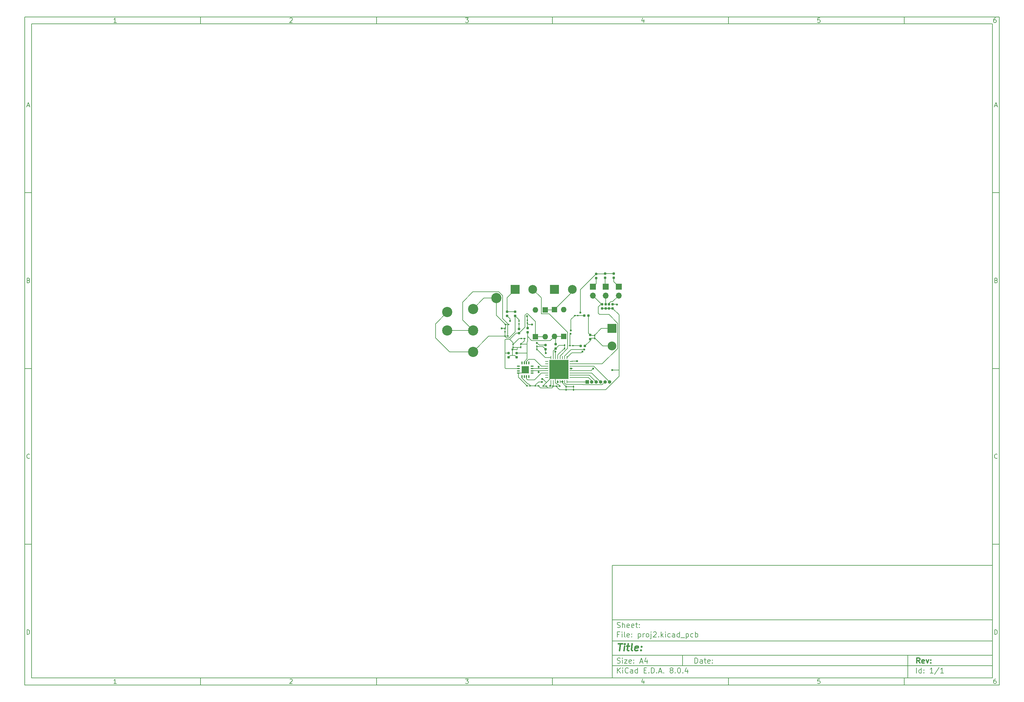
<source format=gbr>
%TF.GenerationSoftware,KiCad,Pcbnew,8.0.4*%
%TF.CreationDate,2024-08-22T11:34:41-04:00*%
%TF.ProjectId,proj2,70726f6a-322e-46b6-9963-61645f706362,rev?*%
%TF.SameCoordinates,Original*%
%TF.FileFunction,Copper,L1,Top*%
%TF.FilePolarity,Positive*%
%FSLAX46Y46*%
G04 Gerber Fmt 4.6, Leading zero omitted, Abs format (unit mm)*
G04 Created by KiCad (PCBNEW 8.0.4) date 2024-08-22 11:34:41*
%MOMM*%
%LPD*%
G01*
G04 APERTURE LIST*
G04 Aperture macros list*
%AMRoundRect*
0 Rectangle with rounded corners*
0 $1 Rounding radius*
0 $2 $3 $4 $5 $6 $7 $8 $9 X,Y pos of 4 corners*
0 Add a 4 corners polygon primitive as box body*
4,1,4,$2,$3,$4,$5,$6,$7,$8,$9,$2,$3,0*
0 Add four circle primitives for the rounded corners*
1,1,$1+$1,$2,$3*
1,1,$1+$1,$4,$5*
1,1,$1+$1,$6,$7*
1,1,$1+$1,$8,$9*
0 Add four rect primitives between the rounded corners*
20,1,$1+$1,$2,$3,$4,$5,0*
20,1,$1+$1,$4,$5,$6,$7,0*
20,1,$1+$1,$6,$7,$8,$9,0*
20,1,$1+$1,$8,$9,$2,$3,0*%
G04 Aperture macros list end*
%ADD10C,0.100000*%
%ADD11C,0.150000*%
%ADD12C,0.300000*%
%ADD13C,0.400000*%
%TA.AperFunction,SMDPad,CuDef*%
%ADD14RoundRect,0.160000X-0.160000X0.197500X-0.160000X-0.197500X0.160000X-0.197500X0.160000X0.197500X0*%
%TD*%
%TA.AperFunction,SMDPad,CuDef*%
%ADD15RoundRect,0.160000X-0.197500X-0.160000X0.197500X-0.160000X0.197500X0.160000X-0.197500X0.160000X0*%
%TD*%
%TA.AperFunction,SMDPad,CuDef*%
%ADD16RoundRect,0.100000X-0.100000X0.217500X-0.100000X-0.217500X0.100000X-0.217500X0.100000X0.217500X0*%
%TD*%
%TA.AperFunction,SMDPad,CuDef*%
%ADD17RoundRect,0.160000X0.160000X-0.197500X0.160000X0.197500X-0.160000X0.197500X-0.160000X-0.197500X0*%
%TD*%
%TA.AperFunction,SMDPad,CuDef*%
%ADD18RoundRect,0.100000X-0.217500X-0.100000X0.217500X-0.100000X0.217500X0.100000X-0.217500X0.100000X0*%
%TD*%
%TA.AperFunction,ComponentPad*%
%ADD19R,2.500000X2.500000*%
%TD*%
%TA.AperFunction,ComponentPad*%
%ADD20C,2.500000*%
%TD*%
%TA.AperFunction,ComponentPad*%
%ADD21R,1.600000X1.600000*%
%TD*%
%TA.AperFunction,ComponentPad*%
%ADD22O,1.600000X1.600000*%
%TD*%
%TA.AperFunction,ComponentPad*%
%ADD23C,2.900000*%
%TD*%
%TA.AperFunction,ComponentPad*%
%ADD24R,1.700000X1.700000*%
%TD*%
%TA.AperFunction,ComponentPad*%
%ADD25O,1.700000X1.700000*%
%TD*%
%TA.AperFunction,SMDPad,CuDef*%
%ADD26RoundRect,0.100000X0.217500X0.100000X-0.217500X0.100000X-0.217500X-0.100000X0.217500X-0.100000X0*%
%TD*%
%TA.AperFunction,ComponentPad*%
%ADD27R,1.000000X1.000000*%
%TD*%
%TA.AperFunction,ComponentPad*%
%ADD28O,1.000000X1.000000*%
%TD*%
%TA.AperFunction,SMDPad,CuDef*%
%ADD29RoundRect,0.100000X0.100000X-0.217500X0.100000X0.217500X-0.100000X0.217500X-0.100000X-0.217500X0*%
%TD*%
%TA.AperFunction,SMDPad,CuDef*%
%ADD30RoundRect,0.062500X-0.362500X-0.062500X0.362500X-0.062500X0.362500X0.062500X-0.362500X0.062500X0*%
%TD*%
%TA.AperFunction,SMDPad,CuDef*%
%ADD31RoundRect,0.062500X-0.062500X-0.362500X0.062500X-0.362500X0.062500X0.362500X-0.062500X0.362500X0*%
%TD*%
%TA.AperFunction,HeatsinkPad*%
%ADD32R,5.400000X5.400000*%
%TD*%
%TA.AperFunction,SMDPad,CuDef*%
%ADD33RoundRect,0.075000X0.350000X0.075000X-0.350000X0.075000X-0.350000X-0.075000X0.350000X-0.075000X0*%
%TD*%
%TA.AperFunction,SMDPad,CuDef*%
%ADD34RoundRect,0.075000X0.075000X0.350000X-0.075000X0.350000X-0.075000X-0.350000X0.075000X-0.350000X0*%
%TD*%
%TA.AperFunction,HeatsinkPad*%
%ADD35C,0.600000*%
%TD*%
%TA.AperFunction,HeatsinkPad*%
%ADD36R,2.100000X2.100000*%
%TD*%
%TA.AperFunction,ViaPad*%
%ADD37C,0.600000*%
%TD*%
%TA.AperFunction,Conductor*%
%ADD38C,0.200000*%
%TD*%
G04 APERTURE END LIST*
D10*
D11*
X177002200Y-166007200D02*
X285002200Y-166007200D01*
X285002200Y-198007200D01*
X177002200Y-198007200D01*
X177002200Y-166007200D01*
D10*
D11*
X10000000Y-10000000D02*
X287002200Y-10000000D01*
X287002200Y-200007200D01*
X10000000Y-200007200D01*
X10000000Y-10000000D01*
D10*
D11*
X12000000Y-12000000D02*
X285002200Y-12000000D01*
X285002200Y-198007200D01*
X12000000Y-198007200D01*
X12000000Y-12000000D01*
D10*
D11*
X60000000Y-12000000D02*
X60000000Y-10000000D01*
D10*
D11*
X110000000Y-12000000D02*
X110000000Y-10000000D01*
D10*
D11*
X160000000Y-12000000D02*
X160000000Y-10000000D01*
D10*
D11*
X210000000Y-12000000D02*
X210000000Y-10000000D01*
D10*
D11*
X260000000Y-12000000D02*
X260000000Y-10000000D01*
D10*
D11*
X36089160Y-11593604D02*
X35346303Y-11593604D01*
X35717731Y-11593604D02*
X35717731Y-10293604D01*
X35717731Y-10293604D02*
X35593922Y-10479319D01*
X35593922Y-10479319D02*
X35470112Y-10603128D01*
X35470112Y-10603128D02*
X35346303Y-10665033D01*
D10*
D11*
X85346303Y-10417414D02*
X85408207Y-10355509D01*
X85408207Y-10355509D02*
X85532017Y-10293604D01*
X85532017Y-10293604D02*
X85841541Y-10293604D01*
X85841541Y-10293604D02*
X85965350Y-10355509D01*
X85965350Y-10355509D02*
X86027255Y-10417414D01*
X86027255Y-10417414D02*
X86089160Y-10541223D01*
X86089160Y-10541223D02*
X86089160Y-10665033D01*
X86089160Y-10665033D02*
X86027255Y-10850747D01*
X86027255Y-10850747D02*
X85284398Y-11593604D01*
X85284398Y-11593604D02*
X86089160Y-11593604D01*
D10*
D11*
X135284398Y-10293604D02*
X136089160Y-10293604D01*
X136089160Y-10293604D02*
X135655826Y-10788842D01*
X135655826Y-10788842D02*
X135841541Y-10788842D01*
X135841541Y-10788842D02*
X135965350Y-10850747D01*
X135965350Y-10850747D02*
X136027255Y-10912652D01*
X136027255Y-10912652D02*
X136089160Y-11036461D01*
X136089160Y-11036461D02*
X136089160Y-11345985D01*
X136089160Y-11345985D02*
X136027255Y-11469795D01*
X136027255Y-11469795D02*
X135965350Y-11531700D01*
X135965350Y-11531700D02*
X135841541Y-11593604D01*
X135841541Y-11593604D02*
X135470112Y-11593604D01*
X135470112Y-11593604D02*
X135346303Y-11531700D01*
X135346303Y-11531700D02*
X135284398Y-11469795D01*
D10*
D11*
X185965350Y-10726938D02*
X185965350Y-11593604D01*
X185655826Y-10231700D02*
X185346303Y-11160271D01*
X185346303Y-11160271D02*
X186151064Y-11160271D01*
D10*
D11*
X236027255Y-10293604D02*
X235408207Y-10293604D01*
X235408207Y-10293604D02*
X235346303Y-10912652D01*
X235346303Y-10912652D02*
X235408207Y-10850747D01*
X235408207Y-10850747D02*
X235532017Y-10788842D01*
X235532017Y-10788842D02*
X235841541Y-10788842D01*
X235841541Y-10788842D02*
X235965350Y-10850747D01*
X235965350Y-10850747D02*
X236027255Y-10912652D01*
X236027255Y-10912652D02*
X236089160Y-11036461D01*
X236089160Y-11036461D02*
X236089160Y-11345985D01*
X236089160Y-11345985D02*
X236027255Y-11469795D01*
X236027255Y-11469795D02*
X235965350Y-11531700D01*
X235965350Y-11531700D02*
X235841541Y-11593604D01*
X235841541Y-11593604D02*
X235532017Y-11593604D01*
X235532017Y-11593604D02*
X235408207Y-11531700D01*
X235408207Y-11531700D02*
X235346303Y-11469795D01*
D10*
D11*
X285965350Y-10293604D02*
X285717731Y-10293604D01*
X285717731Y-10293604D02*
X285593922Y-10355509D01*
X285593922Y-10355509D02*
X285532017Y-10417414D01*
X285532017Y-10417414D02*
X285408207Y-10603128D01*
X285408207Y-10603128D02*
X285346303Y-10850747D01*
X285346303Y-10850747D02*
X285346303Y-11345985D01*
X285346303Y-11345985D02*
X285408207Y-11469795D01*
X285408207Y-11469795D02*
X285470112Y-11531700D01*
X285470112Y-11531700D02*
X285593922Y-11593604D01*
X285593922Y-11593604D02*
X285841541Y-11593604D01*
X285841541Y-11593604D02*
X285965350Y-11531700D01*
X285965350Y-11531700D02*
X286027255Y-11469795D01*
X286027255Y-11469795D02*
X286089160Y-11345985D01*
X286089160Y-11345985D02*
X286089160Y-11036461D01*
X286089160Y-11036461D02*
X286027255Y-10912652D01*
X286027255Y-10912652D02*
X285965350Y-10850747D01*
X285965350Y-10850747D02*
X285841541Y-10788842D01*
X285841541Y-10788842D02*
X285593922Y-10788842D01*
X285593922Y-10788842D02*
X285470112Y-10850747D01*
X285470112Y-10850747D02*
X285408207Y-10912652D01*
X285408207Y-10912652D02*
X285346303Y-11036461D01*
D10*
D11*
X60000000Y-198007200D02*
X60000000Y-200007200D01*
D10*
D11*
X110000000Y-198007200D02*
X110000000Y-200007200D01*
D10*
D11*
X160000000Y-198007200D02*
X160000000Y-200007200D01*
D10*
D11*
X210000000Y-198007200D02*
X210000000Y-200007200D01*
D10*
D11*
X260000000Y-198007200D02*
X260000000Y-200007200D01*
D10*
D11*
X36089160Y-199600804D02*
X35346303Y-199600804D01*
X35717731Y-199600804D02*
X35717731Y-198300804D01*
X35717731Y-198300804D02*
X35593922Y-198486519D01*
X35593922Y-198486519D02*
X35470112Y-198610328D01*
X35470112Y-198610328D02*
X35346303Y-198672233D01*
D10*
D11*
X85346303Y-198424614D02*
X85408207Y-198362709D01*
X85408207Y-198362709D02*
X85532017Y-198300804D01*
X85532017Y-198300804D02*
X85841541Y-198300804D01*
X85841541Y-198300804D02*
X85965350Y-198362709D01*
X85965350Y-198362709D02*
X86027255Y-198424614D01*
X86027255Y-198424614D02*
X86089160Y-198548423D01*
X86089160Y-198548423D02*
X86089160Y-198672233D01*
X86089160Y-198672233D02*
X86027255Y-198857947D01*
X86027255Y-198857947D02*
X85284398Y-199600804D01*
X85284398Y-199600804D02*
X86089160Y-199600804D01*
D10*
D11*
X135284398Y-198300804D02*
X136089160Y-198300804D01*
X136089160Y-198300804D02*
X135655826Y-198796042D01*
X135655826Y-198796042D02*
X135841541Y-198796042D01*
X135841541Y-198796042D02*
X135965350Y-198857947D01*
X135965350Y-198857947D02*
X136027255Y-198919852D01*
X136027255Y-198919852D02*
X136089160Y-199043661D01*
X136089160Y-199043661D02*
X136089160Y-199353185D01*
X136089160Y-199353185D02*
X136027255Y-199476995D01*
X136027255Y-199476995D02*
X135965350Y-199538900D01*
X135965350Y-199538900D02*
X135841541Y-199600804D01*
X135841541Y-199600804D02*
X135470112Y-199600804D01*
X135470112Y-199600804D02*
X135346303Y-199538900D01*
X135346303Y-199538900D02*
X135284398Y-199476995D01*
D10*
D11*
X185965350Y-198734138D02*
X185965350Y-199600804D01*
X185655826Y-198238900D02*
X185346303Y-199167471D01*
X185346303Y-199167471D02*
X186151064Y-199167471D01*
D10*
D11*
X236027255Y-198300804D02*
X235408207Y-198300804D01*
X235408207Y-198300804D02*
X235346303Y-198919852D01*
X235346303Y-198919852D02*
X235408207Y-198857947D01*
X235408207Y-198857947D02*
X235532017Y-198796042D01*
X235532017Y-198796042D02*
X235841541Y-198796042D01*
X235841541Y-198796042D02*
X235965350Y-198857947D01*
X235965350Y-198857947D02*
X236027255Y-198919852D01*
X236027255Y-198919852D02*
X236089160Y-199043661D01*
X236089160Y-199043661D02*
X236089160Y-199353185D01*
X236089160Y-199353185D02*
X236027255Y-199476995D01*
X236027255Y-199476995D02*
X235965350Y-199538900D01*
X235965350Y-199538900D02*
X235841541Y-199600804D01*
X235841541Y-199600804D02*
X235532017Y-199600804D01*
X235532017Y-199600804D02*
X235408207Y-199538900D01*
X235408207Y-199538900D02*
X235346303Y-199476995D01*
D10*
D11*
X285965350Y-198300804D02*
X285717731Y-198300804D01*
X285717731Y-198300804D02*
X285593922Y-198362709D01*
X285593922Y-198362709D02*
X285532017Y-198424614D01*
X285532017Y-198424614D02*
X285408207Y-198610328D01*
X285408207Y-198610328D02*
X285346303Y-198857947D01*
X285346303Y-198857947D02*
X285346303Y-199353185D01*
X285346303Y-199353185D02*
X285408207Y-199476995D01*
X285408207Y-199476995D02*
X285470112Y-199538900D01*
X285470112Y-199538900D02*
X285593922Y-199600804D01*
X285593922Y-199600804D02*
X285841541Y-199600804D01*
X285841541Y-199600804D02*
X285965350Y-199538900D01*
X285965350Y-199538900D02*
X286027255Y-199476995D01*
X286027255Y-199476995D02*
X286089160Y-199353185D01*
X286089160Y-199353185D02*
X286089160Y-199043661D01*
X286089160Y-199043661D02*
X286027255Y-198919852D01*
X286027255Y-198919852D02*
X285965350Y-198857947D01*
X285965350Y-198857947D02*
X285841541Y-198796042D01*
X285841541Y-198796042D02*
X285593922Y-198796042D01*
X285593922Y-198796042D02*
X285470112Y-198857947D01*
X285470112Y-198857947D02*
X285408207Y-198919852D01*
X285408207Y-198919852D02*
X285346303Y-199043661D01*
D10*
D11*
X10000000Y-60000000D02*
X12000000Y-60000000D01*
D10*
D11*
X10000000Y-110000000D02*
X12000000Y-110000000D01*
D10*
D11*
X10000000Y-160000000D02*
X12000000Y-160000000D01*
D10*
D11*
X10690476Y-35222176D02*
X11309523Y-35222176D01*
X10566666Y-35593604D02*
X10999999Y-34293604D01*
X10999999Y-34293604D02*
X11433333Y-35593604D01*
D10*
D11*
X11092857Y-84912652D02*
X11278571Y-84974557D01*
X11278571Y-84974557D02*
X11340476Y-85036461D01*
X11340476Y-85036461D02*
X11402380Y-85160271D01*
X11402380Y-85160271D02*
X11402380Y-85345985D01*
X11402380Y-85345985D02*
X11340476Y-85469795D01*
X11340476Y-85469795D02*
X11278571Y-85531700D01*
X11278571Y-85531700D02*
X11154761Y-85593604D01*
X11154761Y-85593604D02*
X10659523Y-85593604D01*
X10659523Y-85593604D02*
X10659523Y-84293604D01*
X10659523Y-84293604D02*
X11092857Y-84293604D01*
X11092857Y-84293604D02*
X11216666Y-84355509D01*
X11216666Y-84355509D02*
X11278571Y-84417414D01*
X11278571Y-84417414D02*
X11340476Y-84541223D01*
X11340476Y-84541223D02*
X11340476Y-84665033D01*
X11340476Y-84665033D02*
X11278571Y-84788842D01*
X11278571Y-84788842D02*
X11216666Y-84850747D01*
X11216666Y-84850747D02*
X11092857Y-84912652D01*
X11092857Y-84912652D02*
X10659523Y-84912652D01*
D10*
D11*
X11402380Y-135469795D02*
X11340476Y-135531700D01*
X11340476Y-135531700D02*
X11154761Y-135593604D01*
X11154761Y-135593604D02*
X11030952Y-135593604D01*
X11030952Y-135593604D02*
X10845238Y-135531700D01*
X10845238Y-135531700D02*
X10721428Y-135407890D01*
X10721428Y-135407890D02*
X10659523Y-135284080D01*
X10659523Y-135284080D02*
X10597619Y-135036461D01*
X10597619Y-135036461D02*
X10597619Y-134850747D01*
X10597619Y-134850747D02*
X10659523Y-134603128D01*
X10659523Y-134603128D02*
X10721428Y-134479319D01*
X10721428Y-134479319D02*
X10845238Y-134355509D01*
X10845238Y-134355509D02*
X11030952Y-134293604D01*
X11030952Y-134293604D02*
X11154761Y-134293604D01*
X11154761Y-134293604D02*
X11340476Y-134355509D01*
X11340476Y-134355509D02*
X11402380Y-134417414D01*
D10*
D11*
X10659523Y-185593604D02*
X10659523Y-184293604D01*
X10659523Y-184293604D02*
X10969047Y-184293604D01*
X10969047Y-184293604D02*
X11154761Y-184355509D01*
X11154761Y-184355509D02*
X11278571Y-184479319D01*
X11278571Y-184479319D02*
X11340476Y-184603128D01*
X11340476Y-184603128D02*
X11402380Y-184850747D01*
X11402380Y-184850747D02*
X11402380Y-185036461D01*
X11402380Y-185036461D02*
X11340476Y-185284080D01*
X11340476Y-185284080D02*
X11278571Y-185407890D01*
X11278571Y-185407890D02*
X11154761Y-185531700D01*
X11154761Y-185531700D02*
X10969047Y-185593604D01*
X10969047Y-185593604D02*
X10659523Y-185593604D01*
D10*
D11*
X287002200Y-60000000D02*
X285002200Y-60000000D01*
D10*
D11*
X287002200Y-110000000D02*
X285002200Y-110000000D01*
D10*
D11*
X287002200Y-160000000D02*
X285002200Y-160000000D01*
D10*
D11*
X285692676Y-35222176D02*
X286311723Y-35222176D01*
X285568866Y-35593604D02*
X286002199Y-34293604D01*
X286002199Y-34293604D02*
X286435533Y-35593604D01*
D10*
D11*
X286095057Y-84912652D02*
X286280771Y-84974557D01*
X286280771Y-84974557D02*
X286342676Y-85036461D01*
X286342676Y-85036461D02*
X286404580Y-85160271D01*
X286404580Y-85160271D02*
X286404580Y-85345985D01*
X286404580Y-85345985D02*
X286342676Y-85469795D01*
X286342676Y-85469795D02*
X286280771Y-85531700D01*
X286280771Y-85531700D02*
X286156961Y-85593604D01*
X286156961Y-85593604D02*
X285661723Y-85593604D01*
X285661723Y-85593604D02*
X285661723Y-84293604D01*
X285661723Y-84293604D02*
X286095057Y-84293604D01*
X286095057Y-84293604D02*
X286218866Y-84355509D01*
X286218866Y-84355509D02*
X286280771Y-84417414D01*
X286280771Y-84417414D02*
X286342676Y-84541223D01*
X286342676Y-84541223D02*
X286342676Y-84665033D01*
X286342676Y-84665033D02*
X286280771Y-84788842D01*
X286280771Y-84788842D02*
X286218866Y-84850747D01*
X286218866Y-84850747D02*
X286095057Y-84912652D01*
X286095057Y-84912652D02*
X285661723Y-84912652D01*
D10*
D11*
X286404580Y-135469795D02*
X286342676Y-135531700D01*
X286342676Y-135531700D02*
X286156961Y-135593604D01*
X286156961Y-135593604D02*
X286033152Y-135593604D01*
X286033152Y-135593604D02*
X285847438Y-135531700D01*
X285847438Y-135531700D02*
X285723628Y-135407890D01*
X285723628Y-135407890D02*
X285661723Y-135284080D01*
X285661723Y-135284080D02*
X285599819Y-135036461D01*
X285599819Y-135036461D02*
X285599819Y-134850747D01*
X285599819Y-134850747D02*
X285661723Y-134603128D01*
X285661723Y-134603128D02*
X285723628Y-134479319D01*
X285723628Y-134479319D02*
X285847438Y-134355509D01*
X285847438Y-134355509D02*
X286033152Y-134293604D01*
X286033152Y-134293604D02*
X286156961Y-134293604D01*
X286156961Y-134293604D02*
X286342676Y-134355509D01*
X286342676Y-134355509D02*
X286404580Y-134417414D01*
D10*
D11*
X285661723Y-185593604D02*
X285661723Y-184293604D01*
X285661723Y-184293604D02*
X285971247Y-184293604D01*
X285971247Y-184293604D02*
X286156961Y-184355509D01*
X286156961Y-184355509D02*
X286280771Y-184479319D01*
X286280771Y-184479319D02*
X286342676Y-184603128D01*
X286342676Y-184603128D02*
X286404580Y-184850747D01*
X286404580Y-184850747D02*
X286404580Y-185036461D01*
X286404580Y-185036461D02*
X286342676Y-185284080D01*
X286342676Y-185284080D02*
X286280771Y-185407890D01*
X286280771Y-185407890D02*
X286156961Y-185531700D01*
X286156961Y-185531700D02*
X285971247Y-185593604D01*
X285971247Y-185593604D02*
X285661723Y-185593604D01*
D10*
D11*
X200458026Y-193793328D02*
X200458026Y-192293328D01*
X200458026Y-192293328D02*
X200815169Y-192293328D01*
X200815169Y-192293328D02*
X201029455Y-192364757D01*
X201029455Y-192364757D02*
X201172312Y-192507614D01*
X201172312Y-192507614D02*
X201243741Y-192650471D01*
X201243741Y-192650471D02*
X201315169Y-192936185D01*
X201315169Y-192936185D02*
X201315169Y-193150471D01*
X201315169Y-193150471D02*
X201243741Y-193436185D01*
X201243741Y-193436185D02*
X201172312Y-193579042D01*
X201172312Y-193579042D02*
X201029455Y-193721900D01*
X201029455Y-193721900D02*
X200815169Y-193793328D01*
X200815169Y-193793328D02*
X200458026Y-193793328D01*
X202600884Y-193793328D02*
X202600884Y-193007614D01*
X202600884Y-193007614D02*
X202529455Y-192864757D01*
X202529455Y-192864757D02*
X202386598Y-192793328D01*
X202386598Y-192793328D02*
X202100884Y-192793328D01*
X202100884Y-192793328D02*
X201958026Y-192864757D01*
X202600884Y-193721900D02*
X202458026Y-193793328D01*
X202458026Y-193793328D02*
X202100884Y-193793328D01*
X202100884Y-193793328D02*
X201958026Y-193721900D01*
X201958026Y-193721900D02*
X201886598Y-193579042D01*
X201886598Y-193579042D02*
X201886598Y-193436185D01*
X201886598Y-193436185D02*
X201958026Y-193293328D01*
X201958026Y-193293328D02*
X202100884Y-193221900D01*
X202100884Y-193221900D02*
X202458026Y-193221900D01*
X202458026Y-193221900D02*
X202600884Y-193150471D01*
X203100884Y-192793328D02*
X203672312Y-192793328D01*
X203315169Y-192293328D02*
X203315169Y-193579042D01*
X203315169Y-193579042D02*
X203386598Y-193721900D01*
X203386598Y-193721900D02*
X203529455Y-193793328D01*
X203529455Y-193793328D02*
X203672312Y-193793328D01*
X204743741Y-193721900D02*
X204600884Y-193793328D01*
X204600884Y-193793328D02*
X204315170Y-193793328D01*
X204315170Y-193793328D02*
X204172312Y-193721900D01*
X204172312Y-193721900D02*
X204100884Y-193579042D01*
X204100884Y-193579042D02*
X204100884Y-193007614D01*
X204100884Y-193007614D02*
X204172312Y-192864757D01*
X204172312Y-192864757D02*
X204315170Y-192793328D01*
X204315170Y-192793328D02*
X204600884Y-192793328D01*
X204600884Y-192793328D02*
X204743741Y-192864757D01*
X204743741Y-192864757D02*
X204815170Y-193007614D01*
X204815170Y-193007614D02*
X204815170Y-193150471D01*
X204815170Y-193150471D02*
X204100884Y-193293328D01*
X205458026Y-193650471D02*
X205529455Y-193721900D01*
X205529455Y-193721900D02*
X205458026Y-193793328D01*
X205458026Y-193793328D02*
X205386598Y-193721900D01*
X205386598Y-193721900D02*
X205458026Y-193650471D01*
X205458026Y-193650471D02*
X205458026Y-193793328D01*
X205458026Y-192864757D02*
X205529455Y-192936185D01*
X205529455Y-192936185D02*
X205458026Y-193007614D01*
X205458026Y-193007614D02*
X205386598Y-192936185D01*
X205386598Y-192936185D02*
X205458026Y-192864757D01*
X205458026Y-192864757D02*
X205458026Y-193007614D01*
D10*
D11*
X177002200Y-194507200D02*
X285002200Y-194507200D01*
D10*
D11*
X178458026Y-196593328D02*
X178458026Y-195093328D01*
X179315169Y-196593328D02*
X178672312Y-195736185D01*
X179315169Y-195093328D02*
X178458026Y-195950471D01*
X179958026Y-196593328D02*
X179958026Y-195593328D01*
X179958026Y-195093328D02*
X179886598Y-195164757D01*
X179886598Y-195164757D02*
X179958026Y-195236185D01*
X179958026Y-195236185D02*
X180029455Y-195164757D01*
X180029455Y-195164757D02*
X179958026Y-195093328D01*
X179958026Y-195093328D02*
X179958026Y-195236185D01*
X181529455Y-196450471D02*
X181458027Y-196521900D01*
X181458027Y-196521900D02*
X181243741Y-196593328D01*
X181243741Y-196593328D02*
X181100884Y-196593328D01*
X181100884Y-196593328D02*
X180886598Y-196521900D01*
X180886598Y-196521900D02*
X180743741Y-196379042D01*
X180743741Y-196379042D02*
X180672312Y-196236185D01*
X180672312Y-196236185D02*
X180600884Y-195950471D01*
X180600884Y-195950471D02*
X180600884Y-195736185D01*
X180600884Y-195736185D02*
X180672312Y-195450471D01*
X180672312Y-195450471D02*
X180743741Y-195307614D01*
X180743741Y-195307614D02*
X180886598Y-195164757D01*
X180886598Y-195164757D02*
X181100884Y-195093328D01*
X181100884Y-195093328D02*
X181243741Y-195093328D01*
X181243741Y-195093328D02*
X181458027Y-195164757D01*
X181458027Y-195164757D02*
X181529455Y-195236185D01*
X182815170Y-196593328D02*
X182815170Y-195807614D01*
X182815170Y-195807614D02*
X182743741Y-195664757D01*
X182743741Y-195664757D02*
X182600884Y-195593328D01*
X182600884Y-195593328D02*
X182315170Y-195593328D01*
X182315170Y-195593328D02*
X182172312Y-195664757D01*
X182815170Y-196521900D02*
X182672312Y-196593328D01*
X182672312Y-196593328D02*
X182315170Y-196593328D01*
X182315170Y-196593328D02*
X182172312Y-196521900D01*
X182172312Y-196521900D02*
X182100884Y-196379042D01*
X182100884Y-196379042D02*
X182100884Y-196236185D01*
X182100884Y-196236185D02*
X182172312Y-196093328D01*
X182172312Y-196093328D02*
X182315170Y-196021900D01*
X182315170Y-196021900D02*
X182672312Y-196021900D01*
X182672312Y-196021900D02*
X182815170Y-195950471D01*
X184172313Y-196593328D02*
X184172313Y-195093328D01*
X184172313Y-196521900D02*
X184029455Y-196593328D01*
X184029455Y-196593328D02*
X183743741Y-196593328D01*
X183743741Y-196593328D02*
X183600884Y-196521900D01*
X183600884Y-196521900D02*
X183529455Y-196450471D01*
X183529455Y-196450471D02*
X183458027Y-196307614D01*
X183458027Y-196307614D02*
X183458027Y-195879042D01*
X183458027Y-195879042D02*
X183529455Y-195736185D01*
X183529455Y-195736185D02*
X183600884Y-195664757D01*
X183600884Y-195664757D02*
X183743741Y-195593328D01*
X183743741Y-195593328D02*
X184029455Y-195593328D01*
X184029455Y-195593328D02*
X184172313Y-195664757D01*
X186029455Y-195807614D02*
X186529455Y-195807614D01*
X186743741Y-196593328D02*
X186029455Y-196593328D01*
X186029455Y-196593328D02*
X186029455Y-195093328D01*
X186029455Y-195093328D02*
X186743741Y-195093328D01*
X187386598Y-196450471D02*
X187458027Y-196521900D01*
X187458027Y-196521900D02*
X187386598Y-196593328D01*
X187386598Y-196593328D02*
X187315170Y-196521900D01*
X187315170Y-196521900D02*
X187386598Y-196450471D01*
X187386598Y-196450471D02*
X187386598Y-196593328D01*
X188100884Y-196593328D02*
X188100884Y-195093328D01*
X188100884Y-195093328D02*
X188458027Y-195093328D01*
X188458027Y-195093328D02*
X188672313Y-195164757D01*
X188672313Y-195164757D02*
X188815170Y-195307614D01*
X188815170Y-195307614D02*
X188886599Y-195450471D01*
X188886599Y-195450471D02*
X188958027Y-195736185D01*
X188958027Y-195736185D02*
X188958027Y-195950471D01*
X188958027Y-195950471D02*
X188886599Y-196236185D01*
X188886599Y-196236185D02*
X188815170Y-196379042D01*
X188815170Y-196379042D02*
X188672313Y-196521900D01*
X188672313Y-196521900D02*
X188458027Y-196593328D01*
X188458027Y-196593328D02*
X188100884Y-196593328D01*
X189600884Y-196450471D02*
X189672313Y-196521900D01*
X189672313Y-196521900D02*
X189600884Y-196593328D01*
X189600884Y-196593328D02*
X189529456Y-196521900D01*
X189529456Y-196521900D02*
X189600884Y-196450471D01*
X189600884Y-196450471D02*
X189600884Y-196593328D01*
X190243742Y-196164757D02*
X190958028Y-196164757D01*
X190100885Y-196593328D02*
X190600885Y-195093328D01*
X190600885Y-195093328D02*
X191100885Y-196593328D01*
X191600884Y-196450471D02*
X191672313Y-196521900D01*
X191672313Y-196521900D02*
X191600884Y-196593328D01*
X191600884Y-196593328D02*
X191529456Y-196521900D01*
X191529456Y-196521900D02*
X191600884Y-196450471D01*
X191600884Y-196450471D02*
X191600884Y-196593328D01*
X193672313Y-195736185D02*
X193529456Y-195664757D01*
X193529456Y-195664757D02*
X193458027Y-195593328D01*
X193458027Y-195593328D02*
X193386599Y-195450471D01*
X193386599Y-195450471D02*
X193386599Y-195379042D01*
X193386599Y-195379042D02*
X193458027Y-195236185D01*
X193458027Y-195236185D02*
X193529456Y-195164757D01*
X193529456Y-195164757D02*
X193672313Y-195093328D01*
X193672313Y-195093328D02*
X193958027Y-195093328D01*
X193958027Y-195093328D02*
X194100885Y-195164757D01*
X194100885Y-195164757D02*
X194172313Y-195236185D01*
X194172313Y-195236185D02*
X194243742Y-195379042D01*
X194243742Y-195379042D02*
X194243742Y-195450471D01*
X194243742Y-195450471D02*
X194172313Y-195593328D01*
X194172313Y-195593328D02*
X194100885Y-195664757D01*
X194100885Y-195664757D02*
X193958027Y-195736185D01*
X193958027Y-195736185D02*
X193672313Y-195736185D01*
X193672313Y-195736185D02*
X193529456Y-195807614D01*
X193529456Y-195807614D02*
X193458027Y-195879042D01*
X193458027Y-195879042D02*
X193386599Y-196021900D01*
X193386599Y-196021900D02*
X193386599Y-196307614D01*
X193386599Y-196307614D02*
X193458027Y-196450471D01*
X193458027Y-196450471D02*
X193529456Y-196521900D01*
X193529456Y-196521900D02*
X193672313Y-196593328D01*
X193672313Y-196593328D02*
X193958027Y-196593328D01*
X193958027Y-196593328D02*
X194100885Y-196521900D01*
X194100885Y-196521900D02*
X194172313Y-196450471D01*
X194172313Y-196450471D02*
X194243742Y-196307614D01*
X194243742Y-196307614D02*
X194243742Y-196021900D01*
X194243742Y-196021900D02*
X194172313Y-195879042D01*
X194172313Y-195879042D02*
X194100885Y-195807614D01*
X194100885Y-195807614D02*
X193958027Y-195736185D01*
X194886598Y-196450471D02*
X194958027Y-196521900D01*
X194958027Y-196521900D02*
X194886598Y-196593328D01*
X194886598Y-196593328D02*
X194815170Y-196521900D01*
X194815170Y-196521900D02*
X194886598Y-196450471D01*
X194886598Y-196450471D02*
X194886598Y-196593328D01*
X195886599Y-195093328D02*
X196029456Y-195093328D01*
X196029456Y-195093328D02*
X196172313Y-195164757D01*
X196172313Y-195164757D02*
X196243742Y-195236185D01*
X196243742Y-195236185D02*
X196315170Y-195379042D01*
X196315170Y-195379042D02*
X196386599Y-195664757D01*
X196386599Y-195664757D02*
X196386599Y-196021900D01*
X196386599Y-196021900D02*
X196315170Y-196307614D01*
X196315170Y-196307614D02*
X196243742Y-196450471D01*
X196243742Y-196450471D02*
X196172313Y-196521900D01*
X196172313Y-196521900D02*
X196029456Y-196593328D01*
X196029456Y-196593328D02*
X195886599Y-196593328D01*
X195886599Y-196593328D02*
X195743742Y-196521900D01*
X195743742Y-196521900D02*
X195672313Y-196450471D01*
X195672313Y-196450471D02*
X195600884Y-196307614D01*
X195600884Y-196307614D02*
X195529456Y-196021900D01*
X195529456Y-196021900D02*
X195529456Y-195664757D01*
X195529456Y-195664757D02*
X195600884Y-195379042D01*
X195600884Y-195379042D02*
X195672313Y-195236185D01*
X195672313Y-195236185D02*
X195743742Y-195164757D01*
X195743742Y-195164757D02*
X195886599Y-195093328D01*
X197029455Y-196450471D02*
X197100884Y-196521900D01*
X197100884Y-196521900D02*
X197029455Y-196593328D01*
X197029455Y-196593328D02*
X196958027Y-196521900D01*
X196958027Y-196521900D02*
X197029455Y-196450471D01*
X197029455Y-196450471D02*
X197029455Y-196593328D01*
X198386599Y-195593328D02*
X198386599Y-196593328D01*
X198029456Y-195021900D02*
X197672313Y-196093328D01*
X197672313Y-196093328D02*
X198600884Y-196093328D01*
D10*
D11*
X177002200Y-191507200D02*
X285002200Y-191507200D01*
D10*
D12*
X264413853Y-193785528D02*
X263913853Y-193071242D01*
X263556710Y-193785528D02*
X263556710Y-192285528D01*
X263556710Y-192285528D02*
X264128139Y-192285528D01*
X264128139Y-192285528D02*
X264270996Y-192356957D01*
X264270996Y-192356957D02*
X264342425Y-192428385D01*
X264342425Y-192428385D02*
X264413853Y-192571242D01*
X264413853Y-192571242D02*
X264413853Y-192785528D01*
X264413853Y-192785528D02*
X264342425Y-192928385D01*
X264342425Y-192928385D02*
X264270996Y-192999814D01*
X264270996Y-192999814D02*
X264128139Y-193071242D01*
X264128139Y-193071242D02*
X263556710Y-193071242D01*
X265628139Y-193714100D02*
X265485282Y-193785528D01*
X265485282Y-193785528D02*
X265199568Y-193785528D01*
X265199568Y-193785528D02*
X265056710Y-193714100D01*
X265056710Y-193714100D02*
X264985282Y-193571242D01*
X264985282Y-193571242D02*
X264985282Y-192999814D01*
X264985282Y-192999814D02*
X265056710Y-192856957D01*
X265056710Y-192856957D02*
X265199568Y-192785528D01*
X265199568Y-192785528D02*
X265485282Y-192785528D01*
X265485282Y-192785528D02*
X265628139Y-192856957D01*
X265628139Y-192856957D02*
X265699568Y-192999814D01*
X265699568Y-192999814D02*
X265699568Y-193142671D01*
X265699568Y-193142671D02*
X264985282Y-193285528D01*
X266199567Y-192785528D02*
X266556710Y-193785528D01*
X266556710Y-193785528D02*
X266913853Y-192785528D01*
X267485281Y-193642671D02*
X267556710Y-193714100D01*
X267556710Y-193714100D02*
X267485281Y-193785528D01*
X267485281Y-193785528D02*
X267413853Y-193714100D01*
X267413853Y-193714100D02*
X267485281Y-193642671D01*
X267485281Y-193642671D02*
X267485281Y-193785528D01*
X267485281Y-192856957D02*
X267556710Y-192928385D01*
X267556710Y-192928385D02*
X267485281Y-192999814D01*
X267485281Y-192999814D02*
X267413853Y-192928385D01*
X267413853Y-192928385D02*
X267485281Y-192856957D01*
X267485281Y-192856957D02*
X267485281Y-192999814D01*
D10*
D11*
X178386598Y-193721900D02*
X178600884Y-193793328D01*
X178600884Y-193793328D02*
X178958026Y-193793328D01*
X178958026Y-193793328D02*
X179100884Y-193721900D01*
X179100884Y-193721900D02*
X179172312Y-193650471D01*
X179172312Y-193650471D02*
X179243741Y-193507614D01*
X179243741Y-193507614D02*
X179243741Y-193364757D01*
X179243741Y-193364757D02*
X179172312Y-193221900D01*
X179172312Y-193221900D02*
X179100884Y-193150471D01*
X179100884Y-193150471D02*
X178958026Y-193079042D01*
X178958026Y-193079042D02*
X178672312Y-193007614D01*
X178672312Y-193007614D02*
X178529455Y-192936185D01*
X178529455Y-192936185D02*
X178458026Y-192864757D01*
X178458026Y-192864757D02*
X178386598Y-192721900D01*
X178386598Y-192721900D02*
X178386598Y-192579042D01*
X178386598Y-192579042D02*
X178458026Y-192436185D01*
X178458026Y-192436185D02*
X178529455Y-192364757D01*
X178529455Y-192364757D02*
X178672312Y-192293328D01*
X178672312Y-192293328D02*
X179029455Y-192293328D01*
X179029455Y-192293328D02*
X179243741Y-192364757D01*
X179886597Y-193793328D02*
X179886597Y-192793328D01*
X179886597Y-192293328D02*
X179815169Y-192364757D01*
X179815169Y-192364757D02*
X179886597Y-192436185D01*
X179886597Y-192436185D02*
X179958026Y-192364757D01*
X179958026Y-192364757D02*
X179886597Y-192293328D01*
X179886597Y-192293328D02*
X179886597Y-192436185D01*
X180458026Y-192793328D02*
X181243741Y-192793328D01*
X181243741Y-192793328D02*
X180458026Y-193793328D01*
X180458026Y-193793328D02*
X181243741Y-193793328D01*
X182386598Y-193721900D02*
X182243741Y-193793328D01*
X182243741Y-193793328D02*
X181958027Y-193793328D01*
X181958027Y-193793328D02*
X181815169Y-193721900D01*
X181815169Y-193721900D02*
X181743741Y-193579042D01*
X181743741Y-193579042D02*
X181743741Y-193007614D01*
X181743741Y-193007614D02*
X181815169Y-192864757D01*
X181815169Y-192864757D02*
X181958027Y-192793328D01*
X181958027Y-192793328D02*
X182243741Y-192793328D01*
X182243741Y-192793328D02*
X182386598Y-192864757D01*
X182386598Y-192864757D02*
X182458027Y-193007614D01*
X182458027Y-193007614D02*
X182458027Y-193150471D01*
X182458027Y-193150471D02*
X181743741Y-193293328D01*
X183100883Y-193650471D02*
X183172312Y-193721900D01*
X183172312Y-193721900D02*
X183100883Y-193793328D01*
X183100883Y-193793328D02*
X183029455Y-193721900D01*
X183029455Y-193721900D02*
X183100883Y-193650471D01*
X183100883Y-193650471D02*
X183100883Y-193793328D01*
X183100883Y-192864757D02*
X183172312Y-192936185D01*
X183172312Y-192936185D02*
X183100883Y-193007614D01*
X183100883Y-193007614D02*
X183029455Y-192936185D01*
X183029455Y-192936185D02*
X183100883Y-192864757D01*
X183100883Y-192864757D02*
X183100883Y-193007614D01*
X184886598Y-193364757D02*
X185600884Y-193364757D01*
X184743741Y-193793328D02*
X185243741Y-192293328D01*
X185243741Y-192293328D02*
X185743741Y-193793328D01*
X186886598Y-192793328D02*
X186886598Y-193793328D01*
X186529455Y-192221900D02*
X186172312Y-193293328D01*
X186172312Y-193293328D02*
X187100883Y-193293328D01*
D10*
D11*
X263458026Y-196593328D02*
X263458026Y-195093328D01*
X264815170Y-196593328D02*
X264815170Y-195093328D01*
X264815170Y-196521900D02*
X264672312Y-196593328D01*
X264672312Y-196593328D02*
X264386598Y-196593328D01*
X264386598Y-196593328D02*
X264243741Y-196521900D01*
X264243741Y-196521900D02*
X264172312Y-196450471D01*
X264172312Y-196450471D02*
X264100884Y-196307614D01*
X264100884Y-196307614D02*
X264100884Y-195879042D01*
X264100884Y-195879042D02*
X264172312Y-195736185D01*
X264172312Y-195736185D02*
X264243741Y-195664757D01*
X264243741Y-195664757D02*
X264386598Y-195593328D01*
X264386598Y-195593328D02*
X264672312Y-195593328D01*
X264672312Y-195593328D02*
X264815170Y-195664757D01*
X265529455Y-196450471D02*
X265600884Y-196521900D01*
X265600884Y-196521900D02*
X265529455Y-196593328D01*
X265529455Y-196593328D02*
X265458027Y-196521900D01*
X265458027Y-196521900D02*
X265529455Y-196450471D01*
X265529455Y-196450471D02*
X265529455Y-196593328D01*
X265529455Y-195664757D02*
X265600884Y-195736185D01*
X265600884Y-195736185D02*
X265529455Y-195807614D01*
X265529455Y-195807614D02*
X265458027Y-195736185D01*
X265458027Y-195736185D02*
X265529455Y-195664757D01*
X265529455Y-195664757D02*
X265529455Y-195807614D01*
X268172313Y-196593328D02*
X267315170Y-196593328D01*
X267743741Y-196593328D02*
X267743741Y-195093328D01*
X267743741Y-195093328D02*
X267600884Y-195307614D01*
X267600884Y-195307614D02*
X267458027Y-195450471D01*
X267458027Y-195450471D02*
X267315170Y-195521900D01*
X269886598Y-195021900D02*
X268600884Y-196950471D01*
X271172313Y-196593328D02*
X270315170Y-196593328D01*
X270743741Y-196593328D02*
X270743741Y-195093328D01*
X270743741Y-195093328D02*
X270600884Y-195307614D01*
X270600884Y-195307614D02*
X270458027Y-195450471D01*
X270458027Y-195450471D02*
X270315170Y-195521900D01*
D10*
D11*
X177002200Y-187507200D02*
X285002200Y-187507200D01*
D10*
D13*
X178693928Y-188211638D02*
X179836785Y-188211638D01*
X179015357Y-190211638D02*
X179265357Y-188211638D01*
X180253452Y-190211638D02*
X180420119Y-188878304D01*
X180503452Y-188211638D02*
X180396309Y-188306876D01*
X180396309Y-188306876D02*
X180479643Y-188402114D01*
X180479643Y-188402114D02*
X180586786Y-188306876D01*
X180586786Y-188306876D02*
X180503452Y-188211638D01*
X180503452Y-188211638D02*
X180479643Y-188402114D01*
X181086786Y-188878304D02*
X181848690Y-188878304D01*
X181455833Y-188211638D02*
X181241548Y-189925923D01*
X181241548Y-189925923D02*
X181312976Y-190116400D01*
X181312976Y-190116400D02*
X181491548Y-190211638D01*
X181491548Y-190211638D02*
X181682024Y-190211638D01*
X182634405Y-190211638D02*
X182455833Y-190116400D01*
X182455833Y-190116400D02*
X182384405Y-189925923D01*
X182384405Y-189925923D02*
X182598690Y-188211638D01*
X184170119Y-190116400D02*
X183967738Y-190211638D01*
X183967738Y-190211638D02*
X183586785Y-190211638D01*
X183586785Y-190211638D02*
X183408214Y-190116400D01*
X183408214Y-190116400D02*
X183336785Y-189925923D01*
X183336785Y-189925923D02*
X183432024Y-189164019D01*
X183432024Y-189164019D02*
X183551071Y-188973542D01*
X183551071Y-188973542D02*
X183753452Y-188878304D01*
X183753452Y-188878304D02*
X184134404Y-188878304D01*
X184134404Y-188878304D02*
X184312976Y-188973542D01*
X184312976Y-188973542D02*
X184384404Y-189164019D01*
X184384404Y-189164019D02*
X184360595Y-189354495D01*
X184360595Y-189354495D02*
X183384404Y-189544971D01*
X185134405Y-190021161D02*
X185217738Y-190116400D01*
X185217738Y-190116400D02*
X185110595Y-190211638D01*
X185110595Y-190211638D02*
X185027262Y-190116400D01*
X185027262Y-190116400D02*
X185134405Y-190021161D01*
X185134405Y-190021161D02*
X185110595Y-190211638D01*
X185265357Y-188973542D02*
X185348690Y-189068780D01*
X185348690Y-189068780D02*
X185241548Y-189164019D01*
X185241548Y-189164019D02*
X185158214Y-189068780D01*
X185158214Y-189068780D02*
X185265357Y-188973542D01*
X185265357Y-188973542D02*
X185241548Y-189164019D01*
D10*
D11*
X178958026Y-185607614D02*
X178458026Y-185607614D01*
X178458026Y-186393328D02*
X178458026Y-184893328D01*
X178458026Y-184893328D02*
X179172312Y-184893328D01*
X179743740Y-186393328D02*
X179743740Y-185393328D01*
X179743740Y-184893328D02*
X179672312Y-184964757D01*
X179672312Y-184964757D02*
X179743740Y-185036185D01*
X179743740Y-185036185D02*
X179815169Y-184964757D01*
X179815169Y-184964757D02*
X179743740Y-184893328D01*
X179743740Y-184893328D02*
X179743740Y-185036185D01*
X180672312Y-186393328D02*
X180529455Y-186321900D01*
X180529455Y-186321900D02*
X180458026Y-186179042D01*
X180458026Y-186179042D02*
X180458026Y-184893328D01*
X181815169Y-186321900D02*
X181672312Y-186393328D01*
X181672312Y-186393328D02*
X181386598Y-186393328D01*
X181386598Y-186393328D02*
X181243740Y-186321900D01*
X181243740Y-186321900D02*
X181172312Y-186179042D01*
X181172312Y-186179042D02*
X181172312Y-185607614D01*
X181172312Y-185607614D02*
X181243740Y-185464757D01*
X181243740Y-185464757D02*
X181386598Y-185393328D01*
X181386598Y-185393328D02*
X181672312Y-185393328D01*
X181672312Y-185393328D02*
X181815169Y-185464757D01*
X181815169Y-185464757D02*
X181886598Y-185607614D01*
X181886598Y-185607614D02*
X181886598Y-185750471D01*
X181886598Y-185750471D02*
X181172312Y-185893328D01*
X182529454Y-186250471D02*
X182600883Y-186321900D01*
X182600883Y-186321900D02*
X182529454Y-186393328D01*
X182529454Y-186393328D02*
X182458026Y-186321900D01*
X182458026Y-186321900D02*
X182529454Y-186250471D01*
X182529454Y-186250471D02*
X182529454Y-186393328D01*
X182529454Y-185464757D02*
X182600883Y-185536185D01*
X182600883Y-185536185D02*
X182529454Y-185607614D01*
X182529454Y-185607614D02*
X182458026Y-185536185D01*
X182458026Y-185536185D02*
X182529454Y-185464757D01*
X182529454Y-185464757D02*
X182529454Y-185607614D01*
X184386597Y-185393328D02*
X184386597Y-186893328D01*
X184386597Y-185464757D02*
X184529455Y-185393328D01*
X184529455Y-185393328D02*
X184815169Y-185393328D01*
X184815169Y-185393328D02*
X184958026Y-185464757D01*
X184958026Y-185464757D02*
X185029455Y-185536185D01*
X185029455Y-185536185D02*
X185100883Y-185679042D01*
X185100883Y-185679042D02*
X185100883Y-186107614D01*
X185100883Y-186107614D02*
X185029455Y-186250471D01*
X185029455Y-186250471D02*
X184958026Y-186321900D01*
X184958026Y-186321900D02*
X184815169Y-186393328D01*
X184815169Y-186393328D02*
X184529455Y-186393328D01*
X184529455Y-186393328D02*
X184386597Y-186321900D01*
X185743740Y-186393328D02*
X185743740Y-185393328D01*
X185743740Y-185679042D02*
X185815169Y-185536185D01*
X185815169Y-185536185D02*
X185886598Y-185464757D01*
X185886598Y-185464757D02*
X186029455Y-185393328D01*
X186029455Y-185393328D02*
X186172312Y-185393328D01*
X186886597Y-186393328D02*
X186743740Y-186321900D01*
X186743740Y-186321900D02*
X186672311Y-186250471D01*
X186672311Y-186250471D02*
X186600883Y-186107614D01*
X186600883Y-186107614D02*
X186600883Y-185679042D01*
X186600883Y-185679042D02*
X186672311Y-185536185D01*
X186672311Y-185536185D02*
X186743740Y-185464757D01*
X186743740Y-185464757D02*
X186886597Y-185393328D01*
X186886597Y-185393328D02*
X187100883Y-185393328D01*
X187100883Y-185393328D02*
X187243740Y-185464757D01*
X187243740Y-185464757D02*
X187315169Y-185536185D01*
X187315169Y-185536185D02*
X187386597Y-185679042D01*
X187386597Y-185679042D02*
X187386597Y-186107614D01*
X187386597Y-186107614D02*
X187315169Y-186250471D01*
X187315169Y-186250471D02*
X187243740Y-186321900D01*
X187243740Y-186321900D02*
X187100883Y-186393328D01*
X187100883Y-186393328D02*
X186886597Y-186393328D01*
X188029454Y-185393328D02*
X188029454Y-186679042D01*
X188029454Y-186679042D02*
X187958026Y-186821900D01*
X187958026Y-186821900D02*
X187815169Y-186893328D01*
X187815169Y-186893328D02*
X187743740Y-186893328D01*
X188029454Y-184893328D02*
X187958026Y-184964757D01*
X187958026Y-184964757D02*
X188029454Y-185036185D01*
X188029454Y-185036185D02*
X188100883Y-184964757D01*
X188100883Y-184964757D02*
X188029454Y-184893328D01*
X188029454Y-184893328D02*
X188029454Y-185036185D01*
X188672312Y-185036185D02*
X188743740Y-184964757D01*
X188743740Y-184964757D02*
X188886598Y-184893328D01*
X188886598Y-184893328D02*
X189243740Y-184893328D01*
X189243740Y-184893328D02*
X189386598Y-184964757D01*
X189386598Y-184964757D02*
X189458026Y-185036185D01*
X189458026Y-185036185D02*
X189529455Y-185179042D01*
X189529455Y-185179042D02*
X189529455Y-185321900D01*
X189529455Y-185321900D02*
X189458026Y-185536185D01*
X189458026Y-185536185D02*
X188600883Y-186393328D01*
X188600883Y-186393328D02*
X189529455Y-186393328D01*
X190172311Y-186250471D02*
X190243740Y-186321900D01*
X190243740Y-186321900D02*
X190172311Y-186393328D01*
X190172311Y-186393328D02*
X190100883Y-186321900D01*
X190100883Y-186321900D02*
X190172311Y-186250471D01*
X190172311Y-186250471D02*
X190172311Y-186393328D01*
X190886597Y-186393328D02*
X190886597Y-184893328D01*
X191029455Y-185821900D02*
X191458026Y-186393328D01*
X191458026Y-185393328D02*
X190886597Y-185964757D01*
X192100883Y-186393328D02*
X192100883Y-185393328D01*
X192100883Y-184893328D02*
X192029455Y-184964757D01*
X192029455Y-184964757D02*
X192100883Y-185036185D01*
X192100883Y-185036185D02*
X192172312Y-184964757D01*
X192172312Y-184964757D02*
X192100883Y-184893328D01*
X192100883Y-184893328D02*
X192100883Y-185036185D01*
X193458027Y-186321900D02*
X193315169Y-186393328D01*
X193315169Y-186393328D02*
X193029455Y-186393328D01*
X193029455Y-186393328D02*
X192886598Y-186321900D01*
X192886598Y-186321900D02*
X192815169Y-186250471D01*
X192815169Y-186250471D02*
X192743741Y-186107614D01*
X192743741Y-186107614D02*
X192743741Y-185679042D01*
X192743741Y-185679042D02*
X192815169Y-185536185D01*
X192815169Y-185536185D02*
X192886598Y-185464757D01*
X192886598Y-185464757D02*
X193029455Y-185393328D01*
X193029455Y-185393328D02*
X193315169Y-185393328D01*
X193315169Y-185393328D02*
X193458027Y-185464757D01*
X194743741Y-186393328D02*
X194743741Y-185607614D01*
X194743741Y-185607614D02*
X194672312Y-185464757D01*
X194672312Y-185464757D02*
X194529455Y-185393328D01*
X194529455Y-185393328D02*
X194243741Y-185393328D01*
X194243741Y-185393328D02*
X194100883Y-185464757D01*
X194743741Y-186321900D02*
X194600883Y-186393328D01*
X194600883Y-186393328D02*
X194243741Y-186393328D01*
X194243741Y-186393328D02*
X194100883Y-186321900D01*
X194100883Y-186321900D02*
X194029455Y-186179042D01*
X194029455Y-186179042D02*
X194029455Y-186036185D01*
X194029455Y-186036185D02*
X194100883Y-185893328D01*
X194100883Y-185893328D02*
X194243741Y-185821900D01*
X194243741Y-185821900D02*
X194600883Y-185821900D01*
X194600883Y-185821900D02*
X194743741Y-185750471D01*
X196100884Y-186393328D02*
X196100884Y-184893328D01*
X196100884Y-186321900D02*
X195958026Y-186393328D01*
X195958026Y-186393328D02*
X195672312Y-186393328D01*
X195672312Y-186393328D02*
X195529455Y-186321900D01*
X195529455Y-186321900D02*
X195458026Y-186250471D01*
X195458026Y-186250471D02*
X195386598Y-186107614D01*
X195386598Y-186107614D02*
X195386598Y-185679042D01*
X195386598Y-185679042D02*
X195458026Y-185536185D01*
X195458026Y-185536185D02*
X195529455Y-185464757D01*
X195529455Y-185464757D02*
X195672312Y-185393328D01*
X195672312Y-185393328D02*
X195958026Y-185393328D01*
X195958026Y-185393328D02*
X196100884Y-185464757D01*
X196458027Y-186536185D02*
X197600884Y-186536185D01*
X197958026Y-185393328D02*
X197958026Y-186893328D01*
X197958026Y-185464757D02*
X198100884Y-185393328D01*
X198100884Y-185393328D02*
X198386598Y-185393328D01*
X198386598Y-185393328D02*
X198529455Y-185464757D01*
X198529455Y-185464757D02*
X198600884Y-185536185D01*
X198600884Y-185536185D02*
X198672312Y-185679042D01*
X198672312Y-185679042D02*
X198672312Y-186107614D01*
X198672312Y-186107614D02*
X198600884Y-186250471D01*
X198600884Y-186250471D02*
X198529455Y-186321900D01*
X198529455Y-186321900D02*
X198386598Y-186393328D01*
X198386598Y-186393328D02*
X198100884Y-186393328D01*
X198100884Y-186393328D02*
X197958026Y-186321900D01*
X199958027Y-186321900D02*
X199815169Y-186393328D01*
X199815169Y-186393328D02*
X199529455Y-186393328D01*
X199529455Y-186393328D02*
X199386598Y-186321900D01*
X199386598Y-186321900D02*
X199315169Y-186250471D01*
X199315169Y-186250471D02*
X199243741Y-186107614D01*
X199243741Y-186107614D02*
X199243741Y-185679042D01*
X199243741Y-185679042D02*
X199315169Y-185536185D01*
X199315169Y-185536185D02*
X199386598Y-185464757D01*
X199386598Y-185464757D02*
X199529455Y-185393328D01*
X199529455Y-185393328D02*
X199815169Y-185393328D01*
X199815169Y-185393328D02*
X199958027Y-185464757D01*
X200600883Y-186393328D02*
X200600883Y-184893328D01*
X200600883Y-185464757D02*
X200743741Y-185393328D01*
X200743741Y-185393328D02*
X201029455Y-185393328D01*
X201029455Y-185393328D02*
X201172312Y-185464757D01*
X201172312Y-185464757D02*
X201243741Y-185536185D01*
X201243741Y-185536185D02*
X201315169Y-185679042D01*
X201315169Y-185679042D02*
X201315169Y-186107614D01*
X201315169Y-186107614D02*
X201243741Y-186250471D01*
X201243741Y-186250471D02*
X201172312Y-186321900D01*
X201172312Y-186321900D02*
X201029455Y-186393328D01*
X201029455Y-186393328D02*
X200743741Y-186393328D01*
X200743741Y-186393328D02*
X200600883Y-186321900D01*
D10*
D11*
X177002200Y-181507200D02*
X285002200Y-181507200D01*
D10*
D11*
X178386598Y-183621900D02*
X178600884Y-183693328D01*
X178600884Y-183693328D02*
X178958026Y-183693328D01*
X178958026Y-183693328D02*
X179100884Y-183621900D01*
X179100884Y-183621900D02*
X179172312Y-183550471D01*
X179172312Y-183550471D02*
X179243741Y-183407614D01*
X179243741Y-183407614D02*
X179243741Y-183264757D01*
X179243741Y-183264757D02*
X179172312Y-183121900D01*
X179172312Y-183121900D02*
X179100884Y-183050471D01*
X179100884Y-183050471D02*
X178958026Y-182979042D01*
X178958026Y-182979042D02*
X178672312Y-182907614D01*
X178672312Y-182907614D02*
X178529455Y-182836185D01*
X178529455Y-182836185D02*
X178458026Y-182764757D01*
X178458026Y-182764757D02*
X178386598Y-182621900D01*
X178386598Y-182621900D02*
X178386598Y-182479042D01*
X178386598Y-182479042D02*
X178458026Y-182336185D01*
X178458026Y-182336185D02*
X178529455Y-182264757D01*
X178529455Y-182264757D02*
X178672312Y-182193328D01*
X178672312Y-182193328D02*
X179029455Y-182193328D01*
X179029455Y-182193328D02*
X179243741Y-182264757D01*
X179886597Y-183693328D02*
X179886597Y-182193328D01*
X180529455Y-183693328D02*
X180529455Y-182907614D01*
X180529455Y-182907614D02*
X180458026Y-182764757D01*
X180458026Y-182764757D02*
X180315169Y-182693328D01*
X180315169Y-182693328D02*
X180100883Y-182693328D01*
X180100883Y-182693328D02*
X179958026Y-182764757D01*
X179958026Y-182764757D02*
X179886597Y-182836185D01*
X181815169Y-183621900D02*
X181672312Y-183693328D01*
X181672312Y-183693328D02*
X181386598Y-183693328D01*
X181386598Y-183693328D02*
X181243740Y-183621900D01*
X181243740Y-183621900D02*
X181172312Y-183479042D01*
X181172312Y-183479042D02*
X181172312Y-182907614D01*
X181172312Y-182907614D02*
X181243740Y-182764757D01*
X181243740Y-182764757D02*
X181386598Y-182693328D01*
X181386598Y-182693328D02*
X181672312Y-182693328D01*
X181672312Y-182693328D02*
X181815169Y-182764757D01*
X181815169Y-182764757D02*
X181886598Y-182907614D01*
X181886598Y-182907614D02*
X181886598Y-183050471D01*
X181886598Y-183050471D02*
X181172312Y-183193328D01*
X183100883Y-183621900D02*
X182958026Y-183693328D01*
X182958026Y-183693328D02*
X182672312Y-183693328D01*
X182672312Y-183693328D02*
X182529454Y-183621900D01*
X182529454Y-183621900D02*
X182458026Y-183479042D01*
X182458026Y-183479042D02*
X182458026Y-182907614D01*
X182458026Y-182907614D02*
X182529454Y-182764757D01*
X182529454Y-182764757D02*
X182672312Y-182693328D01*
X182672312Y-182693328D02*
X182958026Y-182693328D01*
X182958026Y-182693328D02*
X183100883Y-182764757D01*
X183100883Y-182764757D02*
X183172312Y-182907614D01*
X183172312Y-182907614D02*
X183172312Y-183050471D01*
X183172312Y-183050471D02*
X182458026Y-183193328D01*
X183600883Y-182693328D02*
X184172311Y-182693328D01*
X183815168Y-182193328D02*
X183815168Y-183479042D01*
X183815168Y-183479042D02*
X183886597Y-183621900D01*
X183886597Y-183621900D02*
X184029454Y-183693328D01*
X184029454Y-183693328D02*
X184172311Y-183693328D01*
X184672311Y-183550471D02*
X184743740Y-183621900D01*
X184743740Y-183621900D02*
X184672311Y-183693328D01*
X184672311Y-183693328D02*
X184600883Y-183621900D01*
X184600883Y-183621900D02*
X184672311Y-183550471D01*
X184672311Y-183550471D02*
X184672311Y-183693328D01*
X184672311Y-182764757D02*
X184743740Y-182836185D01*
X184743740Y-182836185D02*
X184672311Y-182907614D01*
X184672311Y-182907614D02*
X184600883Y-182836185D01*
X184600883Y-182836185D02*
X184672311Y-182764757D01*
X184672311Y-182764757D02*
X184672311Y-182907614D01*
D10*
D11*
X197002200Y-191507200D02*
X197002200Y-194507200D01*
D10*
D11*
X261002200Y-191507200D02*
X261002200Y-198007200D01*
D14*
%TO.P,R6,1*%
%TO.N,+3V3*%
X177371250Y-83008750D03*
%TO.P,R6,2*%
%TO.N,Net-(J5-Pin_1)*%
X177371250Y-84203750D03*
%TD*%
%TO.P,R9,1*%
%TO.N,+48V*%
X147100000Y-93805000D03*
%TO.P,R9,2*%
%TO.N,Net-(C1-Pad1)*%
X147100000Y-95000000D03*
%TD*%
D15*
%TO.P,R17,1*%
%TO.N,Net-(C19-Pad2)*%
X168005000Y-103600000D03*
%TO.P,R17,2*%
%TO.N,Net-(J6-Pin_2)*%
X169200000Y-103600000D03*
%TD*%
D16*
%TO.P,C10,1*%
%TO.N,Net-(U2A-SOUT1)*%
X163400000Y-103400000D03*
%TO.P,C10,2*%
%TO.N,Net-(U2A-SCAP1)*%
X163400000Y-104215000D03*
%TD*%
D17*
%TO.P,R13,1*%
%TO.N,Net-(U2A-SOUT1)*%
X160900000Y-104297500D03*
%TO.P,R13,2*%
%TO.N,Net-(D1-A)*%
X160900000Y-103102500D03*
%TD*%
D16*
%TO.P,C4,1*%
%TO.N,+3V3*%
X166000000Y-115192500D03*
%TO.P,C4,2*%
%TO.N,GND*%
X166000000Y-116007500D03*
%TD*%
D18*
%TO.P,C1,1*%
%TO.N,Net-(C1-Pad1)*%
X146660000Y-97500000D03*
%TO.P,C1,2*%
%TO.N,GND*%
X147475000Y-97500000D03*
%TD*%
%TO.P,C16,1*%
%TO.N,-15V*%
X157400000Y-115000000D03*
%TO.P,C16,2*%
%TO.N,GND*%
X158215000Y-115000000D03*
%TD*%
D19*
%TO.P,J7,1,Pin_1*%
%TO.N,-15V*%
X160600000Y-87500000D03*
D20*
%TO.P,J7,2,Pin_2*%
%TO.N,+15V*%
X165600000Y-87500000D03*
%TD*%
D21*
%TO.P,D3,1,K*%
%TO.N,+15V*%
X157900000Y-93300000D03*
D22*
%TO.P,D3,2,A*%
%TO.N,Net-(D3-A)*%
X157900000Y-100920000D03*
%TD*%
D14*
%TO.P,R10,1*%
%TO.N,Net-(U2A-SCAP2)*%
X152900000Y-98500000D03*
%TO.P,R10,2*%
%TO.N,Net-(D1-A)*%
X152900000Y-99695000D03*
%TD*%
D16*
%TO.P,C12,1*%
%TO.N,Net-(D3-A)*%
X148800000Y-103160000D03*
%TO.P,C12,2*%
%TO.N,GND*%
X148800000Y-103975000D03*
%TD*%
D14*
%TO.P,R14,1*%
%TO.N,Net-(D3-A)*%
X147500000Y-105602500D03*
%TO.P,R14,2*%
%TO.N,GND*%
X147500000Y-106797500D03*
%TD*%
%TO.P,R5,1*%
%TO.N,Net-(J5-Pin_2)*%
X176091250Y-91708750D03*
%TO.P,R5,2*%
%TO.N,GND*%
X176091250Y-92903750D03*
%TD*%
D23*
%TO.P,J2,1*%
%TO.N,Net-(C2-Pad1)*%
X137420000Y-105255000D03*
%TO.P,J2,2*%
%TO.N,Net-(C1-Pad1)*%
X137420000Y-93055000D03*
%TO.P,J2,3*%
%TO.N,GND*%
X137420000Y-99155000D03*
%TO.P,J2,G*%
X130120000Y-99155000D03*
%TO.P,J2,S*%
%TO.N,Net-(C2-Pad1)*%
X130120000Y-93955000D03*
%TO.P,J2,T*%
%TO.N,Net-(C1-Pad1)*%
X144020000Y-89955000D03*
%TD*%
D16*
%TO.P,C11,1*%
%TO.N,Net-(D1-A)*%
X151000000Y-103085000D03*
%TO.P,C11,2*%
%TO.N,GND*%
X151000000Y-103900000D03*
%TD*%
D18*
%TO.P,C2,1*%
%TO.N,Net-(C2-Pad1)*%
X146492500Y-100800000D03*
%TO.P,C2,2*%
%TO.N,GND*%
X147307500Y-100800000D03*
%TD*%
D14*
%TO.P,R7,1*%
%TO.N,Net-(U2B-GPO3)*%
X177100000Y-91702500D03*
%TO.P,R7,2*%
%TO.N,GND*%
X177100000Y-92897500D03*
%TD*%
%TO.P,R15,1*%
%TO.N,Net-(D1-A)*%
X149800000Y-105600000D03*
%TO.P,R15,2*%
%TO.N,GND*%
X149800000Y-106795000D03*
%TD*%
D17*
%TO.P,R18,1*%
%TO.N,Net-(J6-Pin_2)*%
X170700000Y-101597500D03*
%TO.P,R18,2*%
%TO.N,Net-(J6-Pin_1)*%
X170700000Y-100402500D03*
%TD*%
D14*
%TO.P,R3,1*%
%TO.N,Net-(J4-Pin_2)*%
X175091250Y-91706250D03*
%TO.P,R3,2*%
%TO.N,GND*%
X175091250Y-92901250D03*
%TD*%
%TO.P,R4,1*%
%TO.N,+3V3*%
X174921250Y-82988750D03*
%TO.P,R4,2*%
%TO.N,Net-(J4-Pin_1)*%
X174921250Y-84183750D03*
%TD*%
D18*
%TO.P,C19,1*%
%TO.N,out-*%
X164960000Y-103500000D03*
%TO.P,C19,2*%
%TO.N,Net-(C19-Pad2)*%
X165775000Y-103500000D03*
%TD*%
D24*
%TO.P,J3,1,Pin_1*%
%TO.N,Net-(J3-Pin_1)*%
X171491250Y-86751250D03*
D25*
%TO.P,J3,2,Pin_2*%
%TO.N,Net-(J3-Pin_2)*%
X171491250Y-89291250D03*
%TD*%
D26*
%TO.P,C17,1*%
%TO.N,+15V*%
X153600000Y-114900000D03*
%TO.P,C17,2*%
%TO.N,-15V*%
X152785000Y-114900000D03*
%TD*%
D21*
%TO.P,D1,1,K*%
%TO.N,+15V*%
X160560000Y-93240000D03*
D22*
%TO.P,D1,2,A*%
%TO.N,Net-(D1-A)*%
X160560000Y-100860000D03*
%TD*%
D14*
%TO.P,R11,1*%
%TO.N,Net-(C7-Pad1)*%
X150500000Y-98710000D03*
%TO.P,R11,2*%
%TO.N,Net-(D3-A)*%
X150500000Y-99905000D03*
%TD*%
D17*
%TO.P,R8,1*%
%TO.N,Net-(C2-Pad1)*%
X149400000Y-95000000D03*
%TO.P,R8,2*%
%TO.N,+48V*%
X149400000Y-93805000D03*
%TD*%
D19*
%TO.P,J6,1,Pin_1*%
%TO.N,Net-(J6-Pin_1)*%
X176900000Y-98600000D03*
D20*
%TO.P,J6,2,Pin_2*%
%TO.N,Net-(J6-Pin_2)*%
X176900000Y-103600000D03*
%TD*%
D26*
%TO.P,C13,1*%
%TO.N,-15V*%
X162000000Y-115000000D03*
%TO.P,C13,2*%
%TO.N,GND*%
X161185000Y-115000000D03*
%TD*%
D27*
%TO.P,J1,1,Pin_1*%
%TO.N,CS*%
X169860000Y-113810000D03*
D28*
%TO.P,J1,2,Pin_2*%
%TO.N,SCLK*%
X171130000Y-113810000D03*
%TO.P,J1,3,Pin_3*%
%TO.N,DIN*%
X172400000Y-113810000D03*
%TO.P,J1,4,Pin_4*%
%TO.N,DOUT*%
X173670000Y-113810000D03*
%TO.P,J1,5,Pin_5*%
%TO.N,RST*%
X174940000Y-113810000D03*
%TO.P,J1,6,Pin_6*%
%TO.N,BSY*%
X176210000Y-113810000D03*
%TD*%
D14*
%TO.P,R1,1*%
%TO.N,Net-(J3-Pin_2)*%
X174091250Y-91708750D03*
%TO.P,R1,2*%
%TO.N,GND*%
X174091250Y-92903750D03*
%TD*%
D29*
%TO.P,C7,1*%
%TO.N,Net-(C7-Pad1)*%
X150500000Y-97307500D03*
%TO.P,C7,2*%
%TO.N,Net-(C2-Pad1)*%
X150500000Y-96492500D03*
%TD*%
D15*
%TO.P,R16,1*%
%TO.N,Net-(C18-Pad2)*%
X169005000Y-94900000D03*
%TO.P,R16,2*%
%TO.N,Net-(J6-Pin_1)*%
X170200000Y-94900000D03*
%TD*%
D18*
%TO.P,C8,1*%
%TO.N,+15V*%
X159360000Y-115000000D03*
%TO.P,C8,2*%
%TO.N,GND*%
X160175000Y-115000000D03*
%TD*%
D21*
%TO.P,D4,1,K*%
%TO.N,Net-(D3-A)*%
X155160000Y-100940000D03*
D22*
%TO.P,D4,2,A*%
%TO.N,-15V*%
X155160000Y-93320000D03*
%TD*%
D24*
%TO.P,J4,1,Pin_1*%
%TO.N,Net-(J4-Pin_1)*%
X175141250Y-86751250D03*
D25*
%TO.P,J4,2,Pin_2*%
%TO.N,Net-(J4-Pin_2)*%
X175141250Y-89291250D03*
%TD*%
D19*
%TO.P,J8,1,Pin_1*%
%TO.N,+48V*%
X149400000Y-87500000D03*
D20*
%TO.P,J8,2,Pin_2*%
%TO.N,GND*%
X154400000Y-87500000D03*
%TD*%
D30*
%TO.P,U2,1,NC*%
%TO.N,unconnected-(U2A-NC-Pad1)*%
X158380000Y-108015000D03*
%TO.P,U2,2,NC*%
%TO.N,unconnected-(U2A-NC-Pad2)*%
X158380000Y-108665000D03*
%TO.P,U2,3,Rg1*%
%TO.N,Net-(U2A-Rg1)*%
X158380000Y-109315000D03*
%TO.P,U2,4,IN1*%
%TO.N,out+*%
X158380000Y-109965000D03*
%TO.P,U2,5,IN2*%
%TO.N,out-*%
X158380000Y-110615000D03*
%TO.P,U2,6,Rg2*%
%TO.N,Net-(U2A-Rg2)*%
X158380000Y-111265000D03*
%TO.P,U2,7,NC*%
%TO.N,unconnected-(U2A-NC-Pad7)*%
X158380000Y-111915000D03*
%TO.P,U2,8,NC*%
%TO.N,unconnected-(U2A-NC-Pad8)*%
X158380000Y-112565000D03*
D31*
%TO.P,U2,9,VCC*%
%TO.N,+15V*%
X159555000Y-113740000D03*
%TO.P,U2,10,AGND*%
%TO.N,GND*%
X160205000Y-113740000D03*
%TO.P,U2,11,VEE*%
%TO.N,-15V*%
X160855000Y-113740000D03*
%TO.P,U2,12,DGND*%
%TO.N,GND*%
X161505000Y-113740000D03*
%TO.P,U2,13,VDD*%
%TO.N,+3V3*%
X162155000Y-113740000D03*
%TO.P,U2,14,TRC*%
X162805000Y-113740000D03*
%TO.P,U2,15,~{RST}*%
%TO.N,RST*%
X163455000Y-113740000D03*
%TO.P,U2,16,~{CS}*%
%TO.N,CS*%
X164105000Y-113740000D03*
D30*
%TO.P,U2,17,SCLK*%
%TO.N,SCLK*%
X165280000Y-112565000D03*
%TO.P,U2,18,DIN*%
%TO.N,DIN*%
X165280000Y-111915000D03*
%TO.P,U2,19,DOUT*%
%TO.N,DOUT*%
X165280000Y-111265000D03*
%TO.P,U2,20,DGND*%
%TO.N,GND*%
X165280000Y-110615000D03*
%TO.P,U2,21,VDD*%
%TO.N,+3V3*%
X165280000Y-109965000D03*
%TO.P,U2,22,BSY*%
%TO.N,BSY*%
X165280000Y-109315000D03*
%TO.P,U2,23,GPO0*%
%TO.N,Net-(J3-Pin_2)*%
X165280000Y-108665000D03*
%TO.P,U2,24,GPO1*%
%TO.N,Net-(J4-Pin_2)*%
X165280000Y-108015000D03*
D31*
%TO.P,U2,25,GPO2*%
%TO.N,Net-(J5-Pin_2)*%
X164105000Y-106840000D03*
%TO.P,U2,26,GPO3*%
%TO.N,Net-(U2B-GPO3)*%
X163455000Y-106840000D03*
%TO.P,U2,27,NC*%
%TO.N,unconnected-(U2A-NC-Pad27)*%
X162805000Y-106840000D03*
%TO.P,U2,28,AGND*%
%TO.N,GND*%
X162155000Y-106840000D03*
%TO.P,U2,29,SCAP1*%
%TO.N,Net-(U2A-SCAP1)*%
X161505000Y-106840000D03*
%TO.P,U2,30,SCAP2*%
%TO.N,Net-(U2A-SCAP2)*%
X160855000Y-106840000D03*
%TO.P,U2,31,SOUT1*%
%TO.N,Net-(U2A-SOUT1)*%
X160205000Y-106840000D03*
%TO.P,U2,32,SOUT2*%
%TO.N,Net-(U2A-SOUT2)*%
X159555000Y-106840000D03*
D32*
%TO.P,U2,33,PAD*%
%TO.N,-15V*%
X161830000Y-110290000D03*
%TD*%
D16*
%TO.P,C9,1*%
%TO.N,Net-(U2A-SCAP2)*%
X155600000Y-103725000D03*
%TO.P,C9,2*%
%TO.N,Net-(U2A-SOUT2)*%
X155600000Y-104540000D03*
%TD*%
D33*
%TO.P,U3,1*%
%TO.N,N/C*%
X154250000Y-111310000D03*
%TO.P,U3,2,2*%
%TO.N,out-*%
X154250000Y-110660000D03*
%TO.P,U3,3,1*%
%TO.N,out+*%
X154250000Y-110010000D03*
%TO.P,U3,4*%
%TO.N,N/C*%
X154250000Y-109360000D03*
D34*
%TO.P,U3,5*%
X153275000Y-108385000D03*
%TO.P,U3,6,Rg1*%
%TO.N,Net-(U2A-Rg1)*%
X152625000Y-108385000D03*
%TO.P,U3,7,IN1*%
%TO.N,Net-(D1-A)*%
X151975000Y-108385000D03*
%TO.P,U3,8*%
%TO.N,N/C*%
X151325000Y-108385000D03*
D33*
%TO.P,U3,9*%
X150350000Y-109360000D03*
%TO.P,U3,10,IN2*%
%TO.N,Net-(D3-A)*%
X150350000Y-110010000D03*
%TO.P,U3,11*%
%TO.N,N/C*%
X150350000Y-110660000D03*
%TO.P,U3,12,V-*%
%TO.N,-15V*%
X150350000Y-111310000D03*
D34*
%TO.P,U3,13,V+*%
%TO.N,+15V*%
X151325000Y-112285000D03*
%TO.P,U3,14*%
%TO.N,N/C*%
X151975000Y-112285000D03*
%TO.P,U3,15,Rg2*%
%TO.N,Net-(U2A-Rg2)*%
X152625000Y-112285000D03*
%TO.P,U3,16*%
%TO.N,N/C*%
X153275000Y-112285000D03*
D35*
%TO.P,U3,17,V-*%
%TO.N,-15V*%
X153050000Y-111085000D03*
X153050000Y-110335000D03*
X153050000Y-109585000D03*
X152300000Y-111085000D03*
X152300000Y-110335000D03*
D36*
X152300000Y-110335000D03*
D35*
X152300000Y-109585000D03*
X151550000Y-111085000D03*
X151550000Y-110335000D03*
X151550000Y-109585000D03*
%TD*%
D16*
%TO.P,C3,1*%
%TO.N,Net-(C1-Pad1)*%
X146500000Y-98692500D03*
%TO.P,C3,2*%
%TO.N,Net-(C2-Pad1)*%
X146500000Y-99507500D03*
%TD*%
D26*
%TO.P,C14,1*%
%TO.N,Net-(D1-A)*%
X151975000Y-101500000D03*
%TO.P,C14,2*%
%TO.N,Net-(D3-A)*%
X151160000Y-101500000D03*
%TD*%
D18*
%TO.P,C18,1*%
%TO.N,out+*%
X166360000Y-94900000D03*
%TO.P,C18,2*%
%TO.N,Net-(C18-Pad2)*%
X167175000Y-94900000D03*
%TD*%
%TO.P,C15,1*%
%TO.N,+15V*%
X155160000Y-114900000D03*
%TO.P,C15,2*%
%TO.N,GND*%
X155975000Y-114900000D03*
%TD*%
D17*
%TO.P,R12,1*%
%TO.N,Net-(U2A-SCAP2)*%
X158000000Y-104497500D03*
%TO.P,R12,2*%
%TO.N,Net-(D3-A)*%
X158000000Y-103302500D03*
%TD*%
D29*
%TO.P,C6,1*%
%TO.N,Net-(U2A-SCAP2)*%
X152830000Y-97097500D03*
%TO.P,C6,2*%
%TO.N,Net-(C1-Pad1)*%
X152830000Y-96282500D03*
%TD*%
D21*
%TO.P,D2,1,K*%
%TO.N,Net-(D1-A)*%
X163200000Y-100900000D03*
D22*
%TO.P,D2,2,A*%
%TO.N,-15V*%
X163200000Y-93280000D03*
%TD*%
D24*
%TO.P,J5,1,Pin_1*%
%TO.N,Net-(J5-Pin_1)*%
X178821250Y-86751250D03*
D25*
%TO.P,J5,2,Pin_2*%
%TO.N,Net-(J5-Pin_2)*%
X178821250Y-89291250D03*
%TD*%
D16*
%TO.P,C5,1*%
%TO.N,+3V3*%
X163900000Y-115200000D03*
%TO.P,C5,2*%
%TO.N,GND*%
X163900000Y-116015000D03*
%TD*%
D14*
%TO.P,R2,1*%
%TO.N,+3V3*%
X172401250Y-83078750D03*
%TO.P,R2,2*%
%TO.N,Net-(J3-Pin_1)*%
X172401250Y-84273750D03*
%TD*%
D16*
%TO.P,C20,1*%
%TO.N,Net-(J6-Pin_1)*%
X172000000Y-100592500D03*
%TO.P,C20,2*%
%TO.N,Net-(J6-Pin_2)*%
X172000000Y-101407500D03*
%TD*%
D37*
%TO.N,Net-(U2A-SCAP2)*%
X154200000Y-97500000D03*
%TO.N,-15V*%
X157100000Y-113000000D03*
%TO.N,+15V*%
X159357500Y-114900000D03*
X157000000Y-113800000D03*
%TO.N,Net-(D3-A)*%
X155600000Y-102700000D03*
%TO.N,GND*%
X171575735Y-110024265D03*
X148600000Y-104600000D03*
X161500000Y-113800000D03*
X177000000Y-110400000D03*
%TO.N,Net-(J4-Pin_2)*%
X167000000Y-107900000D03*
%TO.N,Net-(J5-Pin_2)*%
X168500000Y-105200000D03*
%TO.N,out+*%
X156100000Y-109500000D03*
X165200000Y-99200000D03*
%TO.N,out-*%
X165100000Y-100100000D03*
X156078542Y-111000000D03*
%TO.N,Net-(U2B-GPO3)*%
X169012149Y-104585421D03*
X178300000Y-91800000D03*
%TO.N,+3V3*%
X162805000Y-113740000D03*
X165300000Y-109990000D03*
X167900000Y-94100000D03*
%TO.N,Net-(C1-Pad1)*%
X152800000Y-95100000D03*
X145600000Y-98600000D03*
X147950000Y-96450000D03*
%TO.N,Net-(U2A-SCAP2)*%
X160826765Y-105221765D03*
X158100000Y-105600000D03*
%TD*%
D38*
%TO.N,Net-(D1-A)*%
X152800000Y-103100000D02*
X152800000Y-105600000D01*
X151000000Y-103085000D02*
X152785000Y-103085000D01*
X152800000Y-102375000D02*
X152800000Y-103100000D01*
X152785000Y-103085000D02*
X152800000Y-103100000D01*
%TO.N,Net-(J5-Pin_2)*%
X176091250Y-91508750D02*
X176091250Y-91708750D01*
X176600000Y-91000000D02*
X176091250Y-91508750D01*
X177112500Y-91000000D02*
X176600000Y-91000000D01*
X178821250Y-89291250D02*
X177112500Y-91000000D01*
%TO.N,Net-(U2A-SCAP2)*%
X154200000Y-97500000D02*
X153232500Y-97500000D01*
X153232500Y-97500000D02*
X152830000Y-97097500D01*
%TO.N,-15V*%
X158250000Y-113950000D02*
X161830000Y-110370001D01*
X161830000Y-110370001D02*
X161830000Y-110290000D01*
X158250000Y-113950000D02*
X157300000Y-113000000D01*
X157300000Y-113000000D02*
X157100000Y-113000000D01*
X151325000Y-111310000D02*
X150350000Y-111310000D01*
X157400000Y-114800001D02*
X158250000Y-113950000D01*
X160855000Y-113740000D02*
X160855000Y-111265000D01*
X151550000Y-111085000D02*
X151325000Y-111310000D01*
X162000000Y-115000000D02*
X162000000Y-114800001D01*
X160855000Y-114029386D02*
X160855000Y-113740000D01*
X152785000Y-114900000D02*
X150350000Y-112465000D01*
X161664999Y-114465000D02*
X161290614Y-114465000D01*
X157400000Y-115000000D02*
X157400000Y-114800001D01*
X161290614Y-114465000D02*
X160855000Y-114029386D01*
X162000000Y-114800001D02*
X161664999Y-114465000D01*
X160855000Y-111265000D02*
X161830000Y-110290000D01*
X150350000Y-112465000D02*
X150350000Y-111310000D01*
%TO.N,+15V*%
X157000000Y-113800000D02*
X156060001Y-113800000D01*
X153600000Y-114700001D02*
X153600000Y-114900000D01*
X165600000Y-88200000D02*
X160560000Y-93240000D01*
X151325000Y-112285000D02*
X151325000Y-112709999D01*
X159360000Y-115000000D02*
X159360000Y-114902500D01*
X160500000Y-93300000D02*
X160560000Y-93240000D01*
X151325000Y-112709999D02*
X153015001Y-114400000D01*
X159555000Y-113740000D02*
X159555000Y-114805000D01*
X156060001Y-113800000D02*
X155160000Y-114700001D01*
X159360000Y-114902500D02*
X159357500Y-114900000D01*
X153015001Y-114400000D02*
X153299999Y-114400000D01*
X155160000Y-114700001D02*
X155160000Y-114900000D01*
X153299999Y-114400000D02*
X153600000Y-114700001D01*
X159555000Y-114805000D02*
X159360000Y-115000000D01*
X157900000Y-93300000D02*
X160500000Y-93300000D01*
X155160000Y-114900000D02*
X153600000Y-114900000D01*
X165600000Y-87500000D02*
X165600000Y-88200000D01*
%TO.N,Net-(D3-A)*%
X147497500Y-105600000D02*
X146500000Y-105600000D01*
X150500000Y-99905000D02*
X149654142Y-99905000D01*
X149654142Y-99905000D02*
X147859142Y-101700000D01*
X147500000Y-105602500D02*
X147497500Y-105600000D01*
X152600000Y-94400000D02*
X152200000Y-94800000D01*
X146710000Y-110010000D02*
X150350000Y-110010000D01*
X156202500Y-103302500D02*
X155600000Y-102700000D01*
X148800000Y-102640858D02*
X147859142Y-101700000D01*
X146500000Y-103200000D02*
X146500000Y-109800000D01*
X146500000Y-101700000D02*
X146500000Y-103200000D01*
X155160000Y-100940000D02*
X155160000Y-96611471D01*
X155180000Y-100920000D02*
X155160000Y-100940000D01*
X152200000Y-94800000D02*
X152200000Y-98205000D01*
X152948529Y-94400000D02*
X152600000Y-94400000D01*
X150460000Y-101500000D02*
X148800000Y-103160000D01*
X152200000Y-98205000D02*
X150500000Y-99905000D01*
X157900000Y-100920000D02*
X155180000Y-100920000D01*
X158000000Y-103302500D02*
X156202500Y-103302500D01*
X155160000Y-96611471D02*
X152948529Y-94400000D01*
X148800000Y-103160000D02*
X148800000Y-102640858D01*
X146500000Y-109800000D02*
X146710000Y-110010000D01*
X151160000Y-101500000D02*
X150460000Y-101500000D01*
X147859142Y-101700000D02*
X146500000Y-101700000D01*
%TO.N,GND*%
X137395000Y-88205000D02*
X134500000Y-91100000D01*
X150000000Y-103975000D02*
X150925000Y-103975000D01*
X162000001Y-116015000D02*
X163900000Y-116015000D01*
X149600000Y-104600000D02*
X148600000Y-104600000D01*
X178900000Y-110500000D02*
X178900000Y-112251371D01*
X150925000Y-103975000D02*
X151000000Y-103900000D01*
X160175000Y-115225000D02*
X160175000Y-115000000D01*
X156575000Y-115500000D02*
X158715000Y-115500000D01*
X174093750Y-92901250D02*
X174091250Y-92903750D01*
X155975000Y-114900000D02*
X156575000Y-115500000D01*
X158215000Y-115000000D02*
X158715000Y-115500000D01*
X176091250Y-92903750D02*
X175093750Y-92903750D01*
X161185000Y-115199999D02*
X162000001Y-116015000D01*
X178800000Y-110400000D02*
X178900000Y-110500000D01*
X149700000Y-104700000D02*
X149600000Y-104600000D01*
X130120000Y-99155000D02*
X137420000Y-99155000D01*
X147307500Y-97667500D02*
X147475000Y-97500000D01*
X162155000Y-106415001D02*
X164300000Y-104270001D01*
X160175000Y-115000000D02*
X160205000Y-114970000D01*
X149900000Y-104700000D02*
X149700000Y-104700000D01*
X149305000Y-106300000D02*
X149800000Y-106795000D01*
X176097500Y-92897500D02*
X176091250Y-92903750D01*
X156800000Y-94400000D02*
X156800000Y-89900000D01*
X145800000Y-95754044D02*
X145800000Y-89260126D01*
X177100000Y-92897500D02*
X178900000Y-94697500D01*
X159000000Y-94400000D02*
X156800000Y-94400000D01*
X166000000Y-116007500D02*
X163907500Y-116007500D01*
X150000000Y-104600000D02*
X149900000Y-104700000D01*
X170985000Y-110615000D02*
X171575735Y-110024265D01*
X147475000Y-97429044D02*
X145800000Y-95754044D01*
X134500000Y-96235000D02*
X137420000Y-99155000D01*
X147997500Y-106300000D02*
X148600000Y-106300000D01*
X144744874Y-88205000D02*
X137395000Y-88205000D01*
X150000000Y-103975000D02*
X150000000Y-104600000D01*
X175143871Y-116007500D02*
X166000000Y-116007500D01*
X161505000Y-113795000D02*
X161500000Y-113800000D01*
X156800000Y-89900000D02*
X154400000Y-87500000D01*
X165280000Y-110615000D02*
X170985000Y-110615000D01*
X159900000Y-115500000D02*
X160175000Y-115225000D01*
X148600000Y-104600000D02*
X148600000Y-106300000D01*
X163907500Y-116007500D02*
X163900000Y-116015000D01*
X175091250Y-92901250D02*
X174093750Y-92901250D01*
X161185000Y-115000000D02*
X161185000Y-115199999D01*
X148600000Y-106300000D02*
X149305000Y-106300000D01*
X148800000Y-103975000D02*
X150000000Y-103975000D01*
X162155000Y-106840000D02*
X162155000Y-106415001D01*
X158715000Y-115500000D02*
X159900000Y-115500000D01*
X147500000Y-106797500D02*
X147997500Y-106300000D01*
X164300000Y-104270001D02*
X164300000Y-99700000D01*
X161185000Y-115000000D02*
X160175000Y-115000000D01*
X177000000Y-110400000D02*
X178800000Y-110400000D01*
X178900000Y-94697500D02*
X178900000Y-110500000D01*
X178900000Y-112251371D02*
X175143871Y-116007500D01*
X175093750Y-92903750D02*
X175091250Y-92901250D01*
X145800000Y-89260126D02*
X144744874Y-88205000D01*
X164300000Y-99700000D02*
X159000000Y-94400000D01*
X161505000Y-113740000D02*
X161505000Y-113795000D01*
X177100000Y-92897500D02*
X176097500Y-92897500D01*
X160205000Y-114970000D02*
X160205000Y-113740000D01*
X147307500Y-100800000D02*
X147307500Y-97667500D01*
X134500000Y-91100000D02*
X134500000Y-96235000D01*
%TO.N,Net-(J4-Pin_2)*%
X175141250Y-91656250D02*
X175091250Y-91706250D01*
X175141250Y-89291250D02*
X175141250Y-91656250D01*
X175091250Y-89341250D02*
X175141250Y-89291250D01*
X167000000Y-107900000D02*
X165395000Y-107900000D01*
X175091250Y-91706250D02*
X175091250Y-89341250D01*
X165395000Y-107900000D02*
X165280000Y-108015000D01*
%TO.N,Net-(J4-Pin_1)*%
X174921250Y-84183750D02*
X174921250Y-86531250D01*
X174921250Y-86531250D02*
X175141250Y-86751250D01*
%TO.N,Net-(J5-Pin_1)*%
X177371250Y-84203750D02*
X177371250Y-85301250D01*
X177371250Y-85301250D02*
X178821250Y-86751250D01*
%TO.N,Net-(J5-Pin_2)*%
X168200000Y-105500000D02*
X165445000Y-105500000D01*
X165445000Y-105500000D02*
X164105000Y-106840000D01*
X168500000Y-105200000D02*
X168200000Y-105500000D01*
%TO.N,out+*%
X165200000Y-96060000D02*
X165200000Y-99200000D01*
X156100000Y-109500000D02*
X156100000Y-110010000D01*
X158335000Y-110010000D02*
X158380000Y-109965000D01*
X166360000Y-94900000D02*
X165200000Y-96060000D01*
X154250000Y-110010000D02*
X156100000Y-110010000D01*
X156100000Y-110010000D02*
X158335000Y-110010000D01*
%TO.N,out-*%
X158380000Y-110615000D02*
X155900000Y-110615000D01*
X156078542Y-111000000D02*
X156078542Y-110793542D01*
X164960000Y-100240000D02*
X165100000Y-100100000D01*
X155900000Y-110615000D02*
X154295000Y-110615000D01*
X156078542Y-110793542D02*
X155900000Y-110615000D01*
X154295000Y-110615000D02*
X154250000Y-110660000D01*
X164960000Y-103500000D02*
X164960000Y-100240000D01*
%TO.N,CS*%
X164175000Y-113810000D02*
X164105000Y-113740000D01*
X169860000Y-113810000D02*
X164175000Y-113810000D01*
%TO.N,Net-(U2B-GPO3)*%
X163455000Y-106415001D02*
X163455000Y-106840000D01*
X165284580Y-104585421D02*
X163455000Y-106415001D01*
X178202500Y-91702500D02*
X178300000Y-91800000D01*
X177100000Y-91702500D02*
X178202500Y-91702500D01*
X169012149Y-104585421D02*
X165284580Y-104585421D01*
%TO.N,Net-(U2A-SCAP1)*%
X163400000Y-104215000D02*
X161505000Y-106110000D01*
X161505000Y-106110000D02*
X161505000Y-106840000D01*
%TO.N,Net-(U2A-SOUT2)*%
X157900000Y-106840000D02*
X159555000Y-106840000D01*
X155600000Y-104540000D02*
X157900000Y-106840000D01*
%TO.N,RST*%
X174940000Y-113810000D02*
X174140000Y-114610000D01*
X174140000Y-114610000D02*
X168600000Y-114610000D01*
X168490000Y-114500000D02*
X163790001Y-114500000D01*
X163455000Y-114164999D02*
X163455000Y-113740000D01*
X168600000Y-114610000D02*
X168490000Y-114500000D01*
X163790001Y-114500000D02*
X163455000Y-114164999D01*
%TO.N,+3V3*%
X175208750Y-82988750D02*
X175228750Y-83008750D01*
X172401250Y-83078750D02*
X167900000Y-87580000D01*
X162155000Y-113740000D02*
X162805000Y-113740000D01*
X165280000Y-109970000D02*
X165300000Y-109990000D01*
X164100000Y-115200000D02*
X164107500Y-115192500D01*
X167900000Y-87580000D02*
X167900000Y-94100000D01*
X163900000Y-115200000D02*
X164100000Y-115200000D01*
X174831250Y-83078750D02*
X174921250Y-82988750D01*
X172401250Y-83078750D02*
X174831250Y-83078750D01*
X164107500Y-115192500D02*
X166000000Y-115192500D01*
X175228750Y-83008750D02*
X177371250Y-83008750D01*
X174921250Y-82988750D02*
X175208750Y-82988750D01*
X162805000Y-114105000D02*
X163900000Y-115200000D01*
X162805000Y-113740000D02*
X162805000Y-114105000D01*
X165280000Y-109965000D02*
X165280000Y-109970000D01*
%TO.N,Net-(U2A-SOUT1)*%
X160900000Y-104297500D02*
X160900000Y-104300000D01*
X160900000Y-104297500D02*
X161797500Y-103400000D01*
X160900000Y-104300000D02*
X160205000Y-104995000D01*
X160205000Y-104995000D02*
X160205000Y-106840000D01*
X161797500Y-103400000D02*
X163400000Y-103400000D01*
%TO.N,SCLK*%
X171130000Y-113480000D02*
X170215000Y-112565000D01*
X171130000Y-113810000D02*
X171130000Y-113480000D01*
X170215000Y-112565000D02*
X165280000Y-112565000D01*
%TO.N,DOUT*%
X171125000Y-111265000D02*
X165280000Y-111265000D01*
X173670000Y-113810000D02*
X171125000Y-111265000D01*
%TO.N,DIN*%
X172400000Y-113810000D02*
X170505000Y-111915000D01*
X170505000Y-111915000D02*
X165280000Y-111915000D01*
%TO.N,BSY*%
X171715000Y-109315000D02*
X165280000Y-109315000D01*
X176210000Y-113810000D02*
X171715000Y-109315000D01*
%TO.N,Net-(C1-Pad1)*%
X144020000Y-94860000D02*
X146660000Y-97500000D01*
X145600000Y-98600000D02*
X146407500Y-98600000D01*
X147950000Y-96450000D02*
X147950000Y-95850000D01*
X144020000Y-89955000D02*
X140520000Y-89955000D01*
X147950000Y-95850000D02*
X147100000Y-95000000D01*
X144020000Y-89955000D02*
X144020000Y-94860000D01*
X152830000Y-96282500D02*
X152830000Y-95130000D01*
X146660000Y-98532500D02*
X146500000Y-98692500D01*
X146660000Y-97500000D02*
X146660000Y-98532500D01*
X152830000Y-95130000D02*
X152800000Y-95100000D01*
X146407500Y-98600000D02*
X146500000Y-98692500D01*
X140520000Y-89955000D02*
X137420000Y-93055000D01*
%TO.N,Net-(J3-Pin_2)*%
X173000000Y-92480001D02*
X173000000Y-94300000D01*
X173908750Y-91708750D02*
X174091250Y-91708750D01*
X173771251Y-91708750D02*
X173000000Y-92480001D01*
X176022501Y-94622501D02*
X178500000Y-97100000D01*
X173322501Y-94622501D02*
X176022501Y-94622501D01*
X174091250Y-91708750D02*
X173771251Y-91708750D01*
X171491250Y-89291250D02*
X173908750Y-91708750D01*
X178500000Y-97100000D02*
X178500000Y-104300000D01*
X174135000Y-108665000D02*
X165280000Y-108665000D01*
X173000000Y-94300000D02*
X173322501Y-94622501D01*
X178500000Y-104300000D02*
X174135000Y-108665000D01*
%TO.N,Net-(J3-Pin_1)*%
X172401250Y-84273750D02*
X172401250Y-85841250D01*
X172401250Y-85841250D02*
X171491250Y-86751250D01*
%TO.N,Net-(C7-Pad1)*%
X150500000Y-97307500D02*
X150500000Y-98710000D01*
%TO.N,+48V*%
X149400000Y-87600000D02*
X147100000Y-89900000D01*
X149400000Y-93805000D02*
X147100000Y-93805000D01*
X147100000Y-89900000D02*
X147100000Y-93805000D01*
X149400000Y-87500000D02*
X149400000Y-87600000D01*
%TO.N,Net-(D1-A)*%
X160900000Y-101200000D02*
X160560000Y-100860000D01*
X160900000Y-103102500D02*
X160900000Y-101200000D01*
X151975000Y-108044315D02*
X151975000Y-108385000D01*
X152800000Y-105600000D02*
X152800000Y-107219315D01*
X152800000Y-107219315D02*
X151975000Y-108044315D01*
X160600000Y-100900000D02*
X160560000Y-100860000D01*
X154060000Y-102040000D02*
X152900000Y-100880000D01*
X159380000Y-102040000D02*
X154060000Y-102040000D01*
X151000000Y-103085000D02*
X151975000Y-102110000D01*
X152900000Y-100880000D02*
X152900000Y-99695000D01*
X152900000Y-102275000D02*
X152800000Y-102375000D01*
X152900000Y-99695000D02*
X152900000Y-102275000D01*
X151975000Y-102110000D02*
X151975000Y-101500000D01*
X163200000Y-100900000D02*
X160600000Y-100900000D01*
X160560000Y-100860000D02*
X159380000Y-102040000D01*
X149800000Y-105600000D02*
X152800000Y-105600000D01*
%TO.N,Net-(C18-Pad2)*%
X167175000Y-94900000D02*
X169005000Y-94900000D01*
%TO.N,Net-(C19-Pad2)*%
X165775000Y-103500000D02*
X167905000Y-103500000D01*
X167905000Y-103500000D02*
X168005000Y-103600000D01*
%TO.N,Net-(J6-Pin_2)*%
X170890000Y-101407500D02*
X170700000Y-101597500D01*
X170700000Y-102100000D02*
X169200000Y-103600000D01*
X172000000Y-101407500D02*
X170890000Y-101407500D01*
X174292500Y-103600000D02*
X172000000Y-101307500D01*
X176900000Y-103600000D02*
X174292500Y-103600000D01*
X170700000Y-101597500D02*
X170700000Y-102100000D01*
%TO.N,Net-(J6-Pin_1)*%
X172000000Y-100592500D02*
X170890000Y-100592500D01*
X173892500Y-98600000D02*
X172000000Y-100492500D01*
X170200000Y-99902500D02*
X170700000Y-100402500D01*
X176900000Y-98600000D02*
X173892500Y-98600000D01*
X170200000Y-94900000D02*
X170200000Y-99902500D01*
X170890000Y-100592500D02*
X170700000Y-100402500D01*
%TO.N,Net-(U2A-Rg2)*%
X152625000Y-112925000D02*
X152625000Y-112285000D01*
X154900000Y-113200000D02*
X152900000Y-113200000D01*
X156835000Y-111265000D02*
X154900000Y-113200000D01*
X158380000Y-111265000D02*
X156835000Y-111265000D01*
X152900000Y-113200000D02*
X152625000Y-112925000D01*
%TO.N,Net-(U2A-Rg1)*%
X154900000Y-107400000D02*
X153185001Y-107400000D01*
X152625000Y-107960001D02*
X152625000Y-108385000D01*
X156815000Y-109315000D02*
X154900000Y-107400000D01*
X158380000Y-109315000D02*
X156815000Y-109315000D01*
X153185001Y-107400000D02*
X152625000Y-107960001D01*
%TO.N,Net-(C2-Pad1)*%
X130120000Y-93955000D02*
X126800000Y-97275000D01*
X149400000Y-99593456D02*
X147693456Y-101300000D01*
X149400000Y-95000000D02*
X149400000Y-99593456D01*
X146900000Y-101300000D02*
X146492500Y-100892500D01*
X147693456Y-101300000D02*
X146900000Y-101300000D01*
X146500000Y-99507500D02*
X146500000Y-100792500D01*
X126800000Y-97275000D02*
X126800000Y-101300000D01*
X130755000Y-105255000D02*
X137420000Y-105255000D01*
X126800000Y-101300000D02*
X130755000Y-105255000D01*
X150500000Y-96100000D02*
X149400000Y-95000000D01*
X146500000Y-100792500D02*
X146492500Y-100800000D01*
X141875000Y-100800000D02*
X137420000Y-105255000D01*
X146492500Y-100892500D02*
X146492500Y-100800000D01*
X146492500Y-100800000D02*
X141875000Y-100800000D01*
X150500000Y-96492500D02*
X150500000Y-96100000D01*
%TO.N,Net-(U2A-SCAP2)*%
X152830000Y-97097500D02*
X152830000Y-98430000D01*
X157227500Y-103725000D02*
X158000000Y-104497500D01*
X160826765Y-105221765D02*
X160855000Y-105250000D01*
X160855000Y-105250000D02*
X160855000Y-106840000D01*
X158100000Y-105600000D02*
X158000000Y-105500000D01*
X158000000Y-105500000D02*
X158000000Y-104497500D01*
X155600000Y-103725000D02*
X157227500Y-103725000D01*
X152830000Y-98430000D02*
X152900000Y-98500000D01*
%TD*%
M02*

</source>
